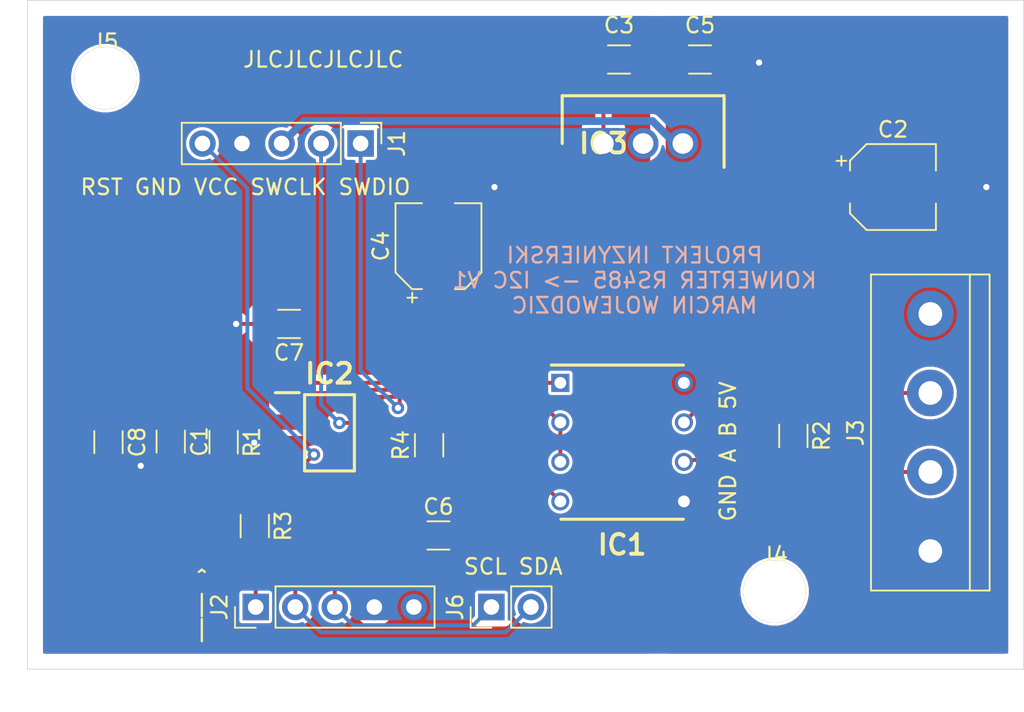
<source format=kicad_pcb>
(kicad_pcb (version 20171130) (host pcbnew "(5.1.12)-1")

  (general
    (thickness 1.6)
    (drawings 10)
    (tracks 132)
    (zones 0)
    (modules 21)
    (nets 15)
  )

  (page A4)
  (layers
    (0 F.Cu signal)
    (31 B.Cu signal)
    (32 B.Adhes user)
    (33 F.Adhes user)
    (34 B.Paste user)
    (35 F.Paste user)
    (36 B.SilkS user)
    (37 F.SilkS user)
    (38 B.Mask user)
    (39 F.Mask user)
    (40 Dwgs.User user)
    (41 Cmts.User user)
    (42 Eco1.User user)
    (43 Eco2.User user)
    (44 Edge.Cuts user)
    (45 Margin user)
    (46 B.CrtYd user)
    (47 F.CrtYd user)
    (48 B.Fab user)
    (49 F.Fab user)
  )

  (setup
    (last_trace_width 0.25)
    (trace_clearance 0.2)
    (zone_clearance 0.4)
    (zone_45_only no)
    (trace_min 0.2)
    (via_size 0.8)
    (via_drill 0.4)
    (via_min_size 0.4)
    (via_min_drill 0.3)
    (uvia_size 0.3)
    (uvia_drill 0.1)
    (uvias_allowed no)
    (uvia_min_size 0.2)
    (uvia_min_drill 0.1)
    (edge_width 0.05)
    (segment_width 0.2)
    (pcb_text_width 0.3)
    (pcb_text_size 1.5 1.5)
    (mod_edge_width 0.12)
    (mod_text_size 1 1)
    (mod_text_width 0.15)
    (pad_size 4 4)
    (pad_drill 4)
    (pad_to_mask_clearance 0)
    (aux_axis_origin 0 0)
    (visible_elements 7FFFFFFF)
    (pcbplotparams
      (layerselection 0x010fc_ffffffff)
      (usegerberextensions true)
      (usegerberattributes true)
      (usegerberadvancedattributes false)
      (creategerberjobfile false)
      (excludeedgelayer true)
      (linewidth 0.200000)
      (plotframeref false)
      (viasonmask false)
      (mode 1)
      (useauxorigin false)
      (hpglpennumber 1)
      (hpglpenspeed 20)
      (hpglpendiameter 15.000000)
      (psnegative false)
      (psa4output false)
      (plotreference true)
      (plotvalue false)
      (plotinvisibletext false)
      (padsonsilk false)
      (subtractmaskfromsilk true)
      (outputformat 1)
      (mirror false)
      (drillshape 0)
      (scaleselection 1)
      (outputdirectory "Konwerter"))
  )

  (net 0 "")
  (net 1 GND)
  (net 2 VCC_3V3)
  (net 3 VCC_5V)
  (net 4 "Net-(IC1-Pad7)")
  (net 5 "Net-(IC1-Pad6)")
  (net 6 MAX485_RX)
  (net 7 MAX485_SELEKTOR)
  (net 8 MAX485_TX)
  (net 9 SDA)
  (net 10 SCL)
  (net 11 RST)
  (net 12 "Net-(J2-Pad1)")
  (net 13 "Net-(J4-Pad1)")
  (net 14 "Net-(J5-Pad1)")

  (net_class Default "This is the default net class."
    (clearance 0.2)
    (trace_width 0.25)
    (via_dia 0.8)
    (via_drill 0.4)
    (uvia_dia 0.3)
    (uvia_drill 0.1)
    (add_net GND)
    (add_net MAX485_RX)
    (add_net MAX485_SELEKTOR)
    (add_net MAX485_TX)
    (add_net "Net-(IC1-Pad6)")
    (add_net "Net-(IC1-Pad7)")
    (add_net "Net-(J2-Pad1)")
    (add_net "Net-(J4-Pad1)")
    (add_net "Net-(J5-Pad1)")
    (add_net RST)
    (add_net SCL)
    (add_net SDA)
  )

  (net_class zasilanie ""
    (clearance 0.2)
    (trace_width 0.5)
    (via_dia 0.8)
    (via_drill 0.4)
    (uvia_dia 0.3)
    (uvia_drill 0.1)
    (add_net VCC_3V3)
    (add_net VCC_5V)
  )

  (module Connector_PinHeader_2.54mm:PinHeader_1x02_P2.54mm_Vertical (layer F.Cu) (tedit 59FED5CC) (tstamp 62EEFCDF)
    (at 119.8 111 90)
    (descr "Through hole straight pin header, 1x02, 2.54mm pitch, single row")
    (tags "Through hole pin header THT 1x02 2.54mm single row")
    (path /62F27DEB)
    (fp_text reference J6 (at 0 -2.33 90) (layer F.SilkS)
      (effects (font (size 1 1) (thickness 0.15)))
    )
    (fp_text value Conn_01x02_Male (at 0 4.87 90) (layer F.Fab)
      (effects (font (size 1 1) (thickness 0.15)))
    )
    (fp_line (start 1.8 -1.8) (end -1.8 -1.8) (layer F.CrtYd) (width 0.05))
    (fp_line (start 1.8 4.35) (end 1.8 -1.8) (layer F.CrtYd) (width 0.05))
    (fp_line (start -1.8 4.35) (end 1.8 4.35) (layer F.CrtYd) (width 0.05))
    (fp_line (start -1.8 -1.8) (end -1.8 4.35) (layer F.CrtYd) (width 0.05))
    (fp_line (start -1.33 -1.33) (end 0 -1.33) (layer F.SilkS) (width 0.12))
    (fp_line (start -1.33 0) (end -1.33 -1.33) (layer F.SilkS) (width 0.12))
    (fp_line (start -1.33 1.27) (end 1.33 1.27) (layer F.SilkS) (width 0.12))
    (fp_line (start 1.33 1.27) (end 1.33 3.87) (layer F.SilkS) (width 0.12))
    (fp_line (start -1.33 1.27) (end -1.33 3.87) (layer F.SilkS) (width 0.12))
    (fp_line (start -1.33 3.87) (end 1.33 3.87) (layer F.SilkS) (width 0.12))
    (fp_line (start -1.27 -0.635) (end -0.635 -1.27) (layer F.Fab) (width 0.1))
    (fp_line (start -1.27 3.81) (end -1.27 -0.635) (layer F.Fab) (width 0.1))
    (fp_line (start 1.27 3.81) (end -1.27 3.81) (layer F.Fab) (width 0.1))
    (fp_line (start 1.27 -1.27) (end 1.27 3.81) (layer F.Fab) (width 0.1))
    (fp_line (start -0.635 -1.27) (end 1.27 -1.27) (layer F.Fab) (width 0.1))
    (fp_text user %R (at 0 1.27) (layer F.Fab)
      (effects (font (size 1 1) (thickness 0.15)))
    )
    (pad 2 thru_hole oval (at 0 2.54 90) (size 1.7 1.7) (drill 1) (layers *.Cu *.Mask)
      (net 9 SDA))
    (pad 1 thru_hole rect (at 0 0 90) (size 1.7 1.7) (drill 1) (layers *.Cu *.Mask)
      (net 10 SCL))
    (model ${KISYS3DMOD}/Connector_PinHeader_2.54mm.3dshapes/PinHeader_1x02_P2.54mm_Vertical.wrl
      (at (xyz 0 0 0))
      (scale (xyz 1 1 1))
      (rotate (xyz 0 0 0))
    )
  )

  (module Connector_PinHeader_2.54mm:PinHeader_1x01_P2.54mm_Vertical (layer F.Cu) (tedit 62EE74E1) (tstamp 62EEF266)
    (at 95 77)
    (descr "Through hole straight pin header, 1x01, 2.54mm pitch, single row")
    (tags "Through hole pin header THT 1x01 2.54mm single row")
    (path /62F24578)
    (fp_text reference J5 (at 0 -2.33) (layer F.SilkS)
      (effects (font (size 1 1) (thickness 0.15)))
    )
    (fp_text value Conn_01x01_Male (at 0 2.33) (layer F.Fab)
      (effects (font (size 1 1) (thickness 0.15)))
    )
    (fp_line (start 1.8 -1.8) (end -1.8 -1.8) (layer F.CrtYd) (width 0.05))
    (fp_line (start 1.8 1.8) (end 1.8 -1.8) (layer F.CrtYd) (width 0.05))
    (fp_line (start -1.8 1.8) (end 1.8 1.8) (layer F.CrtYd) (width 0.05))
    (fp_line (start -1.8 -1.8) (end -1.8 1.8) (layer F.CrtYd) (width 0.05))
    (fp_line (start -1.33 -1.33) (end 0 -1.33) (layer F.SilkS) (width 0.12))
    (fp_line (start -1.33 0) (end -1.33 -1.33) (layer F.SilkS) (width 0.12))
    (fp_line (start -1.33 1.27) (end 1.33 1.27) (layer F.SilkS) (width 0.12))
    (fp_line (start 1.33 1.27) (end 1.33 1.33) (layer F.SilkS) (width 0.12))
    (fp_line (start -1.33 1.27) (end -1.33 1.33) (layer F.SilkS) (width 0.12))
    (fp_line (start -1.33 1.33) (end 1.33 1.33) (layer F.SilkS) (width 0.12))
    (fp_line (start -1.27 -0.635) (end -0.635 -1.27) (layer F.Fab) (width 0.1))
    (fp_line (start -1.27 1.27) (end -1.27 -0.635) (layer F.Fab) (width 0.1))
    (fp_line (start 1.27 1.27) (end -1.27 1.27) (layer F.Fab) (width 0.1))
    (fp_line (start 1.27 -1.27) (end 1.27 1.27) (layer F.Fab) (width 0.1))
    (fp_line (start -0.635 -1.27) (end 1.27 -1.27) (layer F.Fab) (width 0.1))
    (fp_text user %R (at 0 0 90) (layer F.Fab)
      (effects (font (size 1 1) (thickness 0.15)))
    )
    (pad 1 thru_hole circle (at 0 0) (size 4 4) (drill 4) (layers *.Cu *.Mask)
      (net 14 "Net-(J5-Pad1)"))
  )

  (module Connector_PinHeader_2.54mm:PinHeader_1x01_P2.54mm_Vertical (layer F.Cu) (tedit 62EE74C9) (tstamp 62EEF251)
    (at 138 110)
    (descr "Through hole straight pin header, 1x01, 2.54mm pitch, single row")
    (tags "Through hole pin header THT 1x01 2.54mm single row")
    (path /62F23CF9)
    (fp_text reference J4 (at 0 -2.33) (layer F.SilkS)
      (effects (font (size 1 1) (thickness 0.15)))
    )
    (fp_text value Conn_01x01_Male (at 0 2.33) (layer F.Fab)
      (effects (font (size 1 1) (thickness 0.15)))
    )
    (fp_line (start 1.8 -1.8) (end -1.8 -1.8) (layer F.CrtYd) (width 0.05))
    (fp_line (start 1.8 1.8) (end 1.8 -1.8) (layer F.CrtYd) (width 0.05))
    (fp_line (start -1.8 1.8) (end 1.8 1.8) (layer F.CrtYd) (width 0.05))
    (fp_line (start -1.8 -1.8) (end -1.8 1.8) (layer F.CrtYd) (width 0.05))
    (fp_line (start -1.33 -1.33) (end 0 -1.33) (layer F.SilkS) (width 0.12))
    (fp_line (start -1.33 0) (end -1.33 -1.33) (layer F.SilkS) (width 0.12))
    (fp_line (start -1.33 1.27) (end 1.33 1.27) (layer F.SilkS) (width 0.12))
    (fp_line (start 1.33 1.27) (end 1.33 1.33) (layer F.SilkS) (width 0.12))
    (fp_line (start -1.33 1.27) (end -1.33 1.33) (layer F.SilkS) (width 0.12))
    (fp_line (start -1.33 1.33) (end 1.33 1.33) (layer F.SilkS) (width 0.12))
    (fp_line (start -1.27 -0.635) (end -0.635 -1.27) (layer F.Fab) (width 0.1))
    (fp_line (start -1.27 1.27) (end -1.27 -0.635) (layer F.Fab) (width 0.1))
    (fp_line (start 1.27 1.27) (end -1.27 1.27) (layer F.Fab) (width 0.1))
    (fp_line (start 1.27 -1.27) (end 1.27 1.27) (layer F.Fab) (width 0.1))
    (fp_line (start -0.635 -1.27) (end 1.27 -1.27) (layer F.Fab) (width 0.1))
    (fp_text user %R (at 0 0 90) (layer F.Fab)
      (effects (font (size 1 1) (thickness 0.15)))
    )
    (pad 1 thru_hole circle (at 0 0) (size 4 4) (drill 4) (layers *.Cu *.Mask)
      (net 13 "Net-(J4-Pad1)"))
  )

  (module Resistor_SMD:R_1206_3216Metric_Pad1.30x1.75mm_HandSolder (layer F.Cu) (tedit 5F68FEEE) (tstamp 62EEC147)
    (at 115.8 100.6 90)
    (descr "Resistor SMD 1206 (3216 Metric), square (rectangular) end terminal, IPC_7351 nominal with elongated pad for handsoldering. (Body size source: IPC-SM-782 page 72, https://www.pcb-3d.com/wordpress/wp-content/uploads/ipc-sm-782a_amendment_1_and_2.pdf), generated with kicad-footprint-generator")
    (tags "resistor handsolder")
    (path /62EEF612)
    (attr smd)
    (fp_text reference R4 (at 0 -1.82 90) (layer F.SilkS)
      (effects (font (size 1 1) (thickness 0.15)))
    )
    (fp_text value 10k (at 0 1.82 90) (layer F.Fab)
      (effects (font (size 1 1) (thickness 0.15)))
    )
    (fp_line (start 2.45 1.12) (end -2.45 1.12) (layer F.CrtYd) (width 0.05))
    (fp_line (start 2.45 -1.12) (end 2.45 1.12) (layer F.CrtYd) (width 0.05))
    (fp_line (start -2.45 -1.12) (end 2.45 -1.12) (layer F.CrtYd) (width 0.05))
    (fp_line (start -2.45 1.12) (end -2.45 -1.12) (layer F.CrtYd) (width 0.05))
    (fp_line (start -0.727064 0.91) (end 0.727064 0.91) (layer F.SilkS) (width 0.12))
    (fp_line (start -0.727064 -0.91) (end 0.727064 -0.91) (layer F.SilkS) (width 0.12))
    (fp_line (start 1.6 0.8) (end -1.6 0.8) (layer F.Fab) (width 0.1))
    (fp_line (start 1.6 -0.8) (end 1.6 0.8) (layer F.Fab) (width 0.1))
    (fp_line (start -1.6 -0.8) (end 1.6 -0.8) (layer F.Fab) (width 0.1))
    (fp_line (start -1.6 0.8) (end -1.6 -0.8) (layer F.Fab) (width 0.1))
    (fp_text user %R (at 0 0 90) (layer F.Fab)
      (effects (font (size 0.8 0.8) (thickness 0.12)))
    )
    (pad 2 smd roundrect (at 1.55 0 90) (size 1.3 1.75) (layers F.Cu F.Paste F.Mask) (roundrect_rratio 0.1923069230769231)
      (net 6 MAX485_RX))
    (pad 1 smd roundrect (at -1.55 0 90) (size 1.3 1.75) (layers F.Cu F.Paste F.Mask) (roundrect_rratio 0.1923069230769231)
      (net 1 GND))
    (model ${KISYS3DMOD}/Resistor_SMD.3dshapes/R_1206_3216Metric.wrl
      (at (xyz 0 0 0))
      (scale (xyz 1 1 1))
      (rotate (xyz 0 0 0))
    )
  )

  (module Resistor_SMD:R_1206_3216Metric_Pad1.30x1.75mm_HandSolder (layer F.Cu) (tedit 5F68FEEE) (tstamp 62EEC136)
    (at 104.6 105.8 270)
    (descr "Resistor SMD 1206 (3216 Metric), square (rectangular) end terminal, IPC_7351 nominal with elongated pad for handsoldering. (Body size source: IPC-SM-782 page 72, https://www.pcb-3d.com/wordpress/wp-content/uploads/ipc-sm-782a_amendment_1_and_2.pdf), generated with kicad-footprint-generator")
    (tags "resistor handsolder")
    (path /62F081DB)
    (attr smd)
    (fp_text reference R3 (at 0 -1.82 90) (layer F.SilkS)
      (effects (font (size 1 1) (thickness 0.15)))
    )
    (fp_text value 360 (at 0 1.82 90) (layer F.Fab)
      (effects (font (size 1 1) (thickness 0.15)))
    )
    (fp_line (start 2.45 1.12) (end -2.45 1.12) (layer F.CrtYd) (width 0.05))
    (fp_line (start 2.45 -1.12) (end 2.45 1.12) (layer F.CrtYd) (width 0.05))
    (fp_line (start -2.45 -1.12) (end 2.45 -1.12) (layer F.CrtYd) (width 0.05))
    (fp_line (start -2.45 1.12) (end -2.45 -1.12) (layer F.CrtYd) (width 0.05))
    (fp_line (start -0.727064 0.91) (end 0.727064 0.91) (layer F.SilkS) (width 0.12))
    (fp_line (start -0.727064 -0.91) (end 0.727064 -0.91) (layer F.SilkS) (width 0.12))
    (fp_line (start 1.6 0.8) (end -1.6 0.8) (layer F.Fab) (width 0.1))
    (fp_line (start 1.6 -0.8) (end 1.6 0.8) (layer F.Fab) (width 0.1))
    (fp_line (start -1.6 -0.8) (end 1.6 -0.8) (layer F.Fab) (width 0.1))
    (fp_line (start -1.6 0.8) (end -1.6 -0.8) (layer F.Fab) (width 0.1))
    (fp_text user %R (at 0 0 90) (layer F.Fab)
      (effects (font (size 0.8 0.8) (thickness 0.12)))
    )
    (pad 2 smd roundrect (at 1.55 0 270) (size 1.3 1.75) (layers F.Cu F.Paste F.Mask) (roundrect_rratio 0.1923069230769231)
      (net 12 "Net-(J2-Pad1)"))
    (pad 1 smd roundrect (at -1.55 0 270) (size 1.3 1.75) (layers F.Cu F.Paste F.Mask) (roundrect_rratio 0.1923069230769231)
      (net 1 GND))
    (model ${KISYS3DMOD}/Resistor_SMD.3dshapes/R_1206_3216Metric.wrl
      (at (xyz 0 0 0))
      (scale (xyz 1 1 1))
      (rotate (xyz 0 0 0))
    )
  )

  (module Resistor_SMD:R_1206_3216Metric_Pad1.30x1.75mm_HandSolder (layer F.Cu) (tedit 5F68FEEE) (tstamp 62EEC125)
    (at 139.2 100 270)
    (descr "Resistor SMD 1206 (3216 Metric), square (rectangular) end terminal, IPC_7351 nominal with elongated pad for handsoldering. (Body size source: IPC-SM-782 page 72, https://www.pcb-3d.com/wordpress/wp-content/uploads/ipc-sm-782a_amendment_1_and_2.pdf), generated with kicad-footprint-generator")
    (tags "resistor handsolder")
    (path /62F0FA0E)
    (attr smd)
    (fp_text reference R2 (at 0 -1.82 90) (layer F.SilkS)
      (effects (font (size 1 1) (thickness 0.15)))
    )
    (fp_text value 120 (at 0 1.82 90) (layer F.Fab)
      (effects (font (size 1 1) (thickness 0.15)))
    )
    (fp_line (start 2.45 1.12) (end -2.45 1.12) (layer F.CrtYd) (width 0.05))
    (fp_line (start 2.45 -1.12) (end 2.45 1.12) (layer F.CrtYd) (width 0.05))
    (fp_line (start -2.45 -1.12) (end 2.45 -1.12) (layer F.CrtYd) (width 0.05))
    (fp_line (start -2.45 1.12) (end -2.45 -1.12) (layer F.CrtYd) (width 0.05))
    (fp_line (start -0.727064 0.91) (end 0.727064 0.91) (layer F.SilkS) (width 0.12))
    (fp_line (start -0.727064 -0.91) (end 0.727064 -0.91) (layer F.SilkS) (width 0.12))
    (fp_line (start 1.6 0.8) (end -1.6 0.8) (layer F.Fab) (width 0.1))
    (fp_line (start 1.6 -0.8) (end 1.6 0.8) (layer F.Fab) (width 0.1))
    (fp_line (start -1.6 -0.8) (end 1.6 -0.8) (layer F.Fab) (width 0.1))
    (fp_line (start -1.6 0.8) (end -1.6 -0.8) (layer F.Fab) (width 0.1))
    (fp_text user %R (at 0 0 90) (layer F.Fab)
      (effects (font (size 0.8 0.8) (thickness 0.12)))
    )
    (pad 2 smd roundrect (at 1.55 0 270) (size 1.3 1.75) (layers F.Cu F.Paste F.Mask) (roundrect_rratio 0.1923069230769231)
      (net 5 "Net-(IC1-Pad6)"))
    (pad 1 smd roundrect (at -1.55 0 270) (size 1.3 1.75) (layers F.Cu F.Paste F.Mask) (roundrect_rratio 0.1923069230769231)
      (net 4 "Net-(IC1-Pad7)"))
    (model ${KISYS3DMOD}/Resistor_SMD.3dshapes/R_1206_3216Metric.wrl
      (at (xyz 0 0 0))
      (scale (xyz 1 1 1))
      (rotate (xyz 0 0 0))
    )
  )

  (module Resistor_SMD:R_1206_3216Metric_Pad1.30x1.75mm_HandSolder (layer F.Cu) (tedit 5F68FEEE) (tstamp 62EEC114)
    (at 102.6 100.4 270)
    (descr "Resistor SMD 1206 (3216 Metric), square (rectangular) end terminal, IPC_7351 nominal with elongated pad for handsoldering. (Body size source: IPC-SM-782 page 72, https://www.pcb-3d.com/wordpress/wp-content/uploads/ipc-sm-782a_amendment_1_and_2.pdf), generated with kicad-footprint-generator")
    (tags "resistor handsolder")
    (path /62EED523)
    (attr smd)
    (fp_text reference R1 (at 0 -1.82 90) (layer F.SilkS)
      (effects (font (size 1 1) (thickness 0.15)))
    )
    (fp_text value 10k (at 0 1.82 90) (layer F.Fab)
      (effects (font (size 1 1) (thickness 0.15)))
    )
    (fp_line (start 2.45 1.12) (end -2.45 1.12) (layer F.CrtYd) (width 0.05))
    (fp_line (start 2.45 -1.12) (end 2.45 1.12) (layer F.CrtYd) (width 0.05))
    (fp_line (start -2.45 -1.12) (end 2.45 -1.12) (layer F.CrtYd) (width 0.05))
    (fp_line (start -2.45 1.12) (end -2.45 -1.12) (layer F.CrtYd) (width 0.05))
    (fp_line (start -0.727064 0.91) (end 0.727064 0.91) (layer F.SilkS) (width 0.12))
    (fp_line (start -0.727064 -0.91) (end 0.727064 -0.91) (layer F.SilkS) (width 0.12))
    (fp_line (start 1.6 0.8) (end -1.6 0.8) (layer F.Fab) (width 0.1))
    (fp_line (start 1.6 -0.8) (end 1.6 0.8) (layer F.Fab) (width 0.1))
    (fp_line (start -1.6 -0.8) (end 1.6 -0.8) (layer F.Fab) (width 0.1))
    (fp_line (start -1.6 0.8) (end -1.6 -0.8) (layer F.Fab) (width 0.1))
    (fp_text user %R (at 0 0 90) (layer F.Fab)
      (effects (font (size 0.8 0.8) (thickness 0.12)))
    )
    (pad 2 smd roundrect (at 1.55 0 270) (size 1.3 1.75) (layers F.Cu F.Paste F.Mask) (roundrect_rratio 0.1923069230769231)
      (net 11 RST))
    (pad 1 smd roundrect (at -1.55 0 270) (size 1.3 1.75) (layers F.Cu F.Paste F.Mask) (roundrect_rratio 0.1923069230769231)
      (net 2 VCC_3V3))
    (model ${KISYS3DMOD}/Resistor_SMD.3dshapes/R_1206_3216Metric.wrl
      (at (xyz 0 0 0))
      (scale (xyz 1 1 1))
      (rotate (xyz 0 0 0))
    )
  )

  (module TerminalBlock:TerminalBlock_bornier-4_P5.08mm (layer F.Cu) (tedit 59FF03D1) (tstamp 62EEC103)
    (at 148 107.4 90)
    (descr "simple 4-pin terminal block, pitch 5.08mm, revamped version of bornier4")
    (tags "terminal block bornier4")
    (path /62EEBEAF)
    (fp_text reference J3 (at 7.6 -4.8 90) (layer F.SilkS)
      (effects (font (size 1 1) (thickness 0.15)))
    )
    (fp_text value Conn_01x04_Male (at 7.6 4.75 90) (layer F.Fab)
      (effects (font (size 1 1) (thickness 0.15)))
    )
    (fp_line (start 17.97 4) (end -2.73 4) (layer F.CrtYd) (width 0.05))
    (fp_line (start 17.97 4) (end 17.97 -4) (layer F.CrtYd) (width 0.05))
    (fp_line (start -2.73 -4) (end -2.73 4) (layer F.CrtYd) (width 0.05))
    (fp_line (start -2.73 -4) (end 17.97 -4) (layer F.CrtYd) (width 0.05))
    (fp_line (start -2.54 3.81) (end 17.78 3.81) (layer F.SilkS) (width 0.12))
    (fp_line (start -2.54 -3.81) (end 17.78 -3.81) (layer F.SilkS) (width 0.12))
    (fp_line (start 17.78 2.54) (end -2.54 2.54) (layer F.SilkS) (width 0.12))
    (fp_line (start 17.78 3.81) (end 17.78 -3.81) (layer F.SilkS) (width 0.12))
    (fp_line (start -2.54 -3.81) (end -2.54 3.81) (layer F.SilkS) (width 0.12))
    (fp_line (start 17.72 3.75) (end -2.43 3.75) (layer F.Fab) (width 0.1))
    (fp_line (start 17.72 -3.75) (end 17.72 3.75) (layer F.Fab) (width 0.1))
    (fp_line (start -2.48 -3.75) (end 17.72 -3.75) (layer F.Fab) (width 0.1))
    (fp_line (start -2.48 3.75) (end -2.48 -3.75) (layer F.Fab) (width 0.1))
    (fp_line (start -2.43 3.75) (end -2.48 3.75) (layer F.Fab) (width 0.1))
    (fp_line (start -2.48 2.55) (end 17.72 2.55) (layer F.Fab) (width 0.1))
    (fp_text user %R (at 7.62 0 90) (layer F.Fab)
      (effects (font (size 1 1) (thickness 0.15)))
    )
    (pad 4 thru_hole circle (at 15.24 0 90) (size 3 3) (drill 1.52) (layers *.Cu *.Mask)
      (net 3 VCC_5V))
    (pad 1 thru_hole rect (at 0 0 90) (size 3 3) (drill 1.52) (layers *.Cu *.Mask)
      (net 1 GND))
    (pad 3 thru_hole circle (at 10.16 0 90) (size 3 3) (drill 1.52) (layers *.Cu *.Mask)
      (net 4 "Net-(IC1-Pad7)"))
    (pad 2 thru_hole circle (at 5.08 0 90) (size 3 3) (drill 1.52) (layers *.Cu *.Mask)
      (net 5 "Net-(IC1-Pad6)"))
    (model ${KISYS3DMOD}/TerminalBlock.3dshapes/TerminalBlock_bornier-4_P5.08mm.wrl
      (offset (xyz 7.619999885559082 0 0))
      (scale (xyz 1 1 1))
      (rotate (xyz 0 0 0))
    )
  )

  (module Connector_PinHeader_2.54mm:PinHeader_1x05_P2.54mm_Vertical (layer F.Cu) (tedit 59FED5CC) (tstamp 62EEC0EB)
    (at 104.66 111 90)
    (descr "Through hole straight pin header, 1x05, 2.54mm pitch, single row")
    (tags "Through hole pin header THT 1x05 2.54mm single row")
    (path /62F03F5E)
    (fp_text reference J2 (at 0 -2.33 90) (layer F.SilkS)
      (effects (font (size 1 1) (thickness 0.15)))
    )
    (fp_text value Conn_01x05_Male (at 0 12.49 90) (layer F.Fab)
      (effects (font (size 1 1) (thickness 0.15)))
    )
    (fp_line (start 1.8 -1.8) (end -1.8 -1.8) (layer F.CrtYd) (width 0.05))
    (fp_line (start 1.8 11.95) (end 1.8 -1.8) (layer F.CrtYd) (width 0.05))
    (fp_line (start -1.8 11.95) (end 1.8 11.95) (layer F.CrtYd) (width 0.05))
    (fp_line (start -1.8 -1.8) (end -1.8 11.95) (layer F.CrtYd) (width 0.05))
    (fp_line (start -1.33 -1.33) (end 0 -1.33) (layer F.SilkS) (width 0.12))
    (fp_line (start -1.33 0) (end -1.33 -1.33) (layer F.SilkS) (width 0.12))
    (fp_line (start -1.33 1.27) (end 1.33 1.27) (layer F.SilkS) (width 0.12))
    (fp_line (start 1.33 1.27) (end 1.33 11.49) (layer F.SilkS) (width 0.12))
    (fp_line (start -1.33 1.27) (end -1.33 11.49) (layer F.SilkS) (width 0.12))
    (fp_line (start -1.33 11.49) (end 1.33 11.49) (layer F.SilkS) (width 0.12))
    (fp_line (start -1.27 -0.635) (end -0.635 -1.27) (layer F.Fab) (width 0.1))
    (fp_line (start -1.27 11.43) (end -1.27 -0.635) (layer F.Fab) (width 0.1))
    (fp_line (start 1.27 11.43) (end -1.27 11.43) (layer F.Fab) (width 0.1))
    (fp_line (start 1.27 -1.27) (end 1.27 11.43) (layer F.Fab) (width 0.1))
    (fp_line (start -0.635 -1.27) (end 1.27 -1.27) (layer F.Fab) (width 0.1))
    (fp_text user %R (at 0 5.08) (layer F.Fab)
      (effects (font (size 1 1) (thickness 0.15)))
    )
    (pad 5 thru_hole oval (at 0 10.16 90) (size 1.7 1.7) (drill 1) (layers *.Cu *.Mask)
      (net 2 VCC_3V3))
    (pad 4 thru_hole oval (at 0 7.62 90) (size 1.7 1.7) (drill 1) (layers *.Cu *.Mask)
      (net 1 GND))
    (pad 3 thru_hole oval (at 0 5.08 90) (size 1.7 1.7) (drill 1) (layers *.Cu *.Mask)
      (net 10 SCL))
    (pad 2 thru_hole oval (at 0 2.54 90) (size 1.7 1.7) (drill 1) (layers *.Cu *.Mask)
      (net 9 SDA))
    (pad 1 thru_hole rect (at 0 0 90) (size 1.7 1.7) (drill 1) (layers *.Cu *.Mask)
      (net 12 "Net-(J2-Pad1)"))
    (model ${KISYS3DMOD}/Connector_PinHeader_2.54mm.3dshapes/PinHeader_1x05_P2.54mm_Vertical.wrl
      (at (xyz 0 0 0))
      (scale (xyz 1 1 1))
      (rotate (xyz 0 0 0))
    )
  )

  (module Connector_PinHeader_2.54mm:PinHeader_1x05_P2.54mm_Vertical (layer F.Cu) (tedit 59FED5CC) (tstamp 62EEC0D2)
    (at 111.4 81.2 270)
    (descr "Through hole straight pin header, 1x05, 2.54mm pitch, single row")
    (tags "Through hole pin header THT 1x05 2.54mm single row")
    (path /62F0369A)
    (fp_text reference J1 (at 0 -2.33 90) (layer F.SilkS)
      (effects (font (size 1 1) (thickness 0.15)))
    )
    (fp_text value Conn_01x05_Male (at 0 12.49 90) (layer F.Fab)
      (effects (font (size 1 1) (thickness 0.15)))
    )
    (fp_line (start 1.8 -1.8) (end -1.8 -1.8) (layer F.CrtYd) (width 0.05))
    (fp_line (start 1.8 11.95) (end 1.8 -1.8) (layer F.CrtYd) (width 0.05))
    (fp_line (start -1.8 11.95) (end 1.8 11.95) (layer F.CrtYd) (width 0.05))
    (fp_line (start -1.8 -1.8) (end -1.8 11.95) (layer F.CrtYd) (width 0.05))
    (fp_line (start -1.33 -1.33) (end 0 -1.33) (layer F.SilkS) (width 0.12))
    (fp_line (start -1.33 0) (end -1.33 -1.33) (layer F.SilkS) (width 0.12))
    (fp_line (start -1.33 1.27) (end 1.33 1.27) (layer F.SilkS) (width 0.12))
    (fp_line (start 1.33 1.27) (end 1.33 11.49) (layer F.SilkS) (width 0.12))
    (fp_line (start -1.33 1.27) (end -1.33 11.49) (layer F.SilkS) (width 0.12))
    (fp_line (start -1.33 11.49) (end 1.33 11.49) (layer F.SilkS) (width 0.12))
    (fp_line (start -1.27 -0.635) (end -0.635 -1.27) (layer F.Fab) (width 0.1))
    (fp_line (start -1.27 11.43) (end -1.27 -0.635) (layer F.Fab) (width 0.1))
    (fp_line (start 1.27 11.43) (end -1.27 11.43) (layer F.Fab) (width 0.1))
    (fp_line (start 1.27 -1.27) (end 1.27 11.43) (layer F.Fab) (width 0.1))
    (fp_line (start -0.635 -1.27) (end 1.27 -1.27) (layer F.Fab) (width 0.1))
    (fp_text user %R (at 0 5.08) (layer F.Fab)
      (effects (font (size 1 1) (thickness 0.15)))
    )
    (pad 5 thru_hole oval (at 0 10.16 270) (size 1.7 1.7) (drill 1) (layers *.Cu *.Mask)
      (net 11 RST))
    (pad 4 thru_hole oval (at 0 7.62 270) (size 1.7 1.7) (drill 1) (layers *.Cu *.Mask)
      (net 1 GND))
    (pad 3 thru_hole oval (at 0 5.08 270) (size 1.7 1.7) (drill 1) (layers *.Cu *.Mask)
      (net 3 VCC_5V))
    (pad 2 thru_hole oval (at 0 2.54 270) (size 1.7 1.7) (drill 1) (layers *.Cu *.Mask)
      (net 7 MAX485_SELEKTOR))
    (pad 1 thru_hole rect (at 0 0 270) (size 1.7 1.7) (drill 1) (layers *.Cu *.Mask)
      (net 6 MAX485_RX))
    (model ${KISYS3DMOD}/Connector_PinHeader_2.54mm.3dshapes/PinHeader_1x05_P2.54mm_Vertical.wrl
      (at (xyz 0 0 0))
      (scale (xyz 1 1 1))
      (rotate (xyz 0 0 0))
    )
  )

  (module Projekt:TO255P460X1020X2008-3P (layer F.Cu) (tedit 0) (tstamp 62EEC0B9)
    (at 127 81.2)
    (descr "TO-220 (dual gauge) height 4.60")
    (tags "Integrated Circuit")
    (path /62EEB0CC)
    (fp_text reference IC3 (at 0 0) (layer F.SilkS)
      (effects (font (size 1.27 1.27) (thickness 0.254)))
    )
    (fp_text value LD1117V33 (at 0 0) (layer F.SilkS) hide
      (effects (font (size 1.27 1.27) (thickness 0.254)))
    )
    (fp_line (start -2.65 -3.07) (end -2.65 0) (layer F.SilkS) (width 0.2))
    (fp_line (start 7.75 -3.07) (end -2.65 -3.07) (layer F.SilkS) (width 0.2))
    (fp_line (start 7.75 1.53) (end 7.75 -3.07) (layer F.SilkS) (width 0.2))
    (fp_line (start -2.65 -1.795) (end -1.375 -3.07) (layer F.Fab) (width 0.1))
    (fp_line (start -2.65 1.53) (end -2.65 -3.07) (layer F.Fab) (width 0.1))
    (fp_line (start 7.75 1.53) (end -2.65 1.53) (layer F.Fab) (width 0.1))
    (fp_line (start 7.75 -3.07) (end 7.75 1.53) (layer F.Fab) (width 0.1))
    (fp_line (start -2.65 -3.07) (end 7.75 -3.07) (layer F.Fab) (width 0.1))
    (fp_line (start -2.9 1.78) (end -2.9 -3.32) (layer F.CrtYd) (width 0.05))
    (fp_line (start 8 1.78) (end -2.9 1.78) (layer F.CrtYd) (width 0.05))
    (fp_line (start 8 -3.32) (end 8 1.78) (layer F.CrtYd) (width 0.05))
    (fp_line (start -2.9 -3.32) (end 8 -3.32) (layer F.CrtYd) (width 0.05))
    (fp_text user %R (at 0 0) (layer F.Fab)
      (effects (font (size 1.27 1.27) (thickness 0.254)))
    )
    (pad 3 thru_hole circle (at 5.1 0) (size 1.98 1.98) (drill 1.32) (layers *.Cu *.Mask)
      (net 3 VCC_5V))
    (pad 2 thru_hole circle (at 2.55 0) (size 1.98 1.98) (drill 1.32) (layers *.Cu *.Mask)
      (net 2 VCC_3V3))
    (pad 1 thru_hole rect (at 0 0) (size 1.98 1.98) (drill 1.32) (layers *.Cu *.Mask)
      (net 1 GND))
    (model LD1117V33.stp
      (at (xyz 0 0 0))
      (scale (xyz 1 1 1))
      (rotate (xyz 0 0 0))
    )
    (model C:/Users/Marcin/Desktop/kicad_projekt/LD1117V33.stp
      (at (xyz 0 0 0))
      (scale (xyz 1 1 1))
      (rotate (xyz 0 0 0))
    )
  )

  (module Projekt:SOIC127P600X175-8N (layer F.Cu) (tedit 0) (tstamp 62EEC0A5)
    (at 109.4 99.8)
    (descr SO8N-)
    (tags "Integrated Circuit")
    (path /62EE6DA3)
    (attr smd)
    (fp_text reference IC2 (at 0 -3.8) (layer F.SilkS)
      (effects (font (size 1.27 1.27) (thickness 0.254)))
    )
    (fp_text value STM32G030J6M6 (at 0 0) (layer F.SilkS) hide
      (effects (font (size 1.27 1.27) (thickness 0.254)))
    )
    (fp_line (start -3.475 -2.58) (end -1.95 -2.58) (layer F.SilkS) (width 0.2))
    (fp_line (start -1.6 2.45) (end -1.6 -2.45) (layer F.SilkS) (width 0.2))
    (fp_line (start 1.6 2.45) (end -1.6 2.45) (layer F.SilkS) (width 0.2))
    (fp_line (start 1.6 -2.45) (end 1.6 2.45) (layer F.SilkS) (width 0.2))
    (fp_line (start -1.6 -2.45) (end 1.6 -2.45) (layer F.SilkS) (width 0.2))
    (fp_line (start -1.95 -1.18) (end -0.68 -2.45) (layer F.Fab) (width 0.1))
    (fp_line (start -1.95 2.45) (end -1.95 -2.45) (layer F.Fab) (width 0.1))
    (fp_line (start 1.95 2.45) (end -1.95 2.45) (layer F.Fab) (width 0.1))
    (fp_line (start 1.95 -2.45) (end 1.95 2.45) (layer F.Fab) (width 0.1))
    (fp_line (start -1.95 -2.45) (end 1.95 -2.45) (layer F.Fab) (width 0.1))
    (fp_line (start -3.725 2.75) (end -3.725 -2.75) (layer F.CrtYd) (width 0.05))
    (fp_line (start 3.725 2.75) (end -3.725 2.75) (layer F.CrtYd) (width 0.05))
    (fp_line (start 3.725 -2.75) (end 3.725 2.75) (layer F.CrtYd) (width 0.05))
    (fp_line (start -3.725 -2.75) (end 3.725 -2.75) (layer F.CrtYd) (width 0.05))
    (fp_text user %R (at 0 0) (layer F.Fab)
      (effects (font (size 1.27 1.27) (thickness 0.254)))
    )
    (pad 8 smd rect (at 2.712 -1.905 90) (size 0.65 1.525) (layers F.Cu F.Paste F.Mask)
      (net 6 MAX485_RX))
    (pad 7 smd rect (at 2.712 -0.635 90) (size 0.65 1.525) (layers F.Cu F.Paste F.Mask)
      (net 7 MAX485_SELEKTOR))
    (pad 6 smd rect (at 2.712 0.635 90) (size 0.65 1.525) (layers F.Cu F.Paste F.Mask)
      (net 9 SDA))
    (pad 5 smd rect (at 2.712 1.905 90) (size 0.65 1.525) (layers F.Cu F.Paste F.Mask)
      (net 10 SCL))
    (pad 4 smd rect (at -2.712 1.905 90) (size 0.65 1.525) (layers F.Cu F.Paste F.Mask)
      (net 11 RST))
    (pad 3 smd rect (at -2.712 0.635 90) (size 0.65 1.525) (layers F.Cu F.Paste F.Mask)
      (net 1 GND))
    (pad 2 smd rect (at -2.712 -0.635 90) (size 0.65 1.525) (layers F.Cu F.Paste F.Mask)
      (net 2 VCC_3V3))
    (pad 1 smd rect (at -2.712 -1.905 90) (size 0.65 1.525) (layers F.Cu F.Paste F.Mask)
      (net 8 MAX485_TX))
    (model STM32G030J6M6.stp
      (at (xyz 0 0 0))
      (scale (xyz 1 1 1))
      (rotate (xyz 0 0 0))
    )
    (model C:/Users/Marcin/Desktop/kicad_projekt/STM32G030J6M6.stp
      (at (xyz 0 0 0))
      (scale (xyz 1 1 1))
      (rotate (xyz 0 0 0))
    )
  )

  (module Projekt:DIP794W56P254L938H457Q8N (layer F.Cu) (tedit 0) (tstamp 62EEC08A)
    (at 128.2 100.4)
    (descr P8+1_1)
    (tags "Integrated Circuit")
    (path /62EE8E3C)
    (fp_text reference IC1 (at 0 6.6) (layer F.SilkS)
      (effects (font (size 1.27 1.27) (thickness 0.254)))
    )
    (fp_text value MAX485CPA+ (at 0 0) (layer F.SilkS) hide
      (effects (font (size 1.27 1.27) (thickness 0.254)))
    )
    (fp_line (start -3.935 4.955) (end 3.935 4.955) (layer F.SilkS) (width 0.2))
    (fp_line (start -4.55 -4.955) (end 3.935 -4.955) (layer F.SilkS) (width 0.2))
    (fp_line (start -3.935 -3.685) (end -2.665 -4.955) (layer F.Fab) (width 0.1))
    (fp_line (start -3.935 4.955) (end -3.935 -4.955) (layer F.Fab) (width 0.1))
    (fp_line (start 3.935 4.955) (end -3.935 4.955) (layer F.Fab) (width 0.1))
    (fp_line (start 3.935 -4.955) (end 3.935 4.955) (layer F.Fab) (width 0.1))
    (fp_line (start -3.935 -4.955) (end 3.935 -4.955) (layer F.Fab) (width 0.1))
    (fp_line (start -4.96 5.205) (end -4.96 -5.205) (layer F.CrtYd) (width 0.05))
    (fp_line (start 4.96 5.205) (end -4.96 5.205) (layer F.CrtYd) (width 0.05))
    (fp_line (start 4.96 -5.205) (end 4.96 5.205) (layer F.CrtYd) (width 0.05))
    (fp_line (start -4.96 -5.205) (end 4.96 -5.205) (layer F.CrtYd) (width 0.05))
    (fp_text user %R (at 0 0) (layer F.Fab)
      (effects (font (size 1.27 1.27) (thickness 0.254)))
    )
    (pad 8 thru_hole circle (at 3.97 -3.81) (size 1.16 1.16) (drill 0.76) (layers *.Cu *.Mask)
      (net 3 VCC_5V))
    (pad 7 thru_hole circle (at 3.97 -1.27) (size 1.16 1.16) (drill 0.76) (layers *.Cu *.Mask)
      (net 4 "Net-(IC1-Pad7)"))
    (pad 6 thru_hole circle (at 3.97 1.27) (size 1.16 1.16) (drill 0.76) (layers *.Cu *.Mask)
      (net 5 "Net-(IC1-Pad6)"))
    (pad 5 thru_hole circle (at 3.97 3.81) (size 1.16 1.16) (drill 0.76) (layers *.Cu *.Mask)
      (net 1 GND))
    (pad 4 thru_hole circle (at -3.97 3.81) (size 1.16 1.16) (drill 0.76) (layers *.Cu *.Mask)
      (net 6 MAX485_RX))
    (pad 3 thru_hole circle (at -3.97 1.27) (size 1.16 1.16) (drill 0.76) (layers *.Cu *.Mask)
      (net 7 MAX485_SELEKTOR))
    (pad 2 thru_hole circle (at -3.97 -1.27) (size 1.16 1.16) (drill 0.76) (layers *.Cu *.Mask)
      (net 7 MAX485_SELEKTOR))
    (pad 1 thru_hole rect (at -3.97 -3.81) (size 1.16 1.16) (drill 0.76) (layers *.Cu *.Mask)
      (net 8 MAX485_TX))
    (model MAX485CPA+.stp
      (at (xyz 0 0 0))
      (scale (xyz 1 1 1))
      (rotate (xyz 0 0 0))
    )
    (model C:/Users/Marcin/Desktop/kicad_projekt/MAX485CPA+.stp
      (at (xyz 0 0 0))
      (scale (xyz 1 1 1))
      (rotate (xyz 0 0 0))
    )
  )

  (module Capacitor_SMD:C_1206_3216Metric_Pad1.33x1.80mm_HandSolder (layer F.Cu) (tedit 5F68FEEF) (tstamp 62EEC072)
    (at 95.2 100.4 270)
    (descr "Capacitor SMD 1206 (3216 Metric), square (rectangular) end terminal, IPC_7351 nominal with elongated pad for handsoldering. (Body size source: IPC-SM-782 page 76, https://www.pcb-3d.com/wordpress/wp-content/uploads/ipc-sm-782a_amendment_1_and_2.pdf), generated with kicad-footprint-generator")
    (tags "capacitor handsolder")
    (path /62EF6370)
    (attr smd)
    (fp_text reference C8 (at 0 -1.85 90) (layer F.SilkS)
      (effects (font (size 1 1) (thickness 0.15)))
    )
    (fp_text value 100n (at 0 1.85 90) (layer F.Fab)
      (effects (font (size 1 1) (thickness 0.15)))
    )
    (fp_line (start 2.48 1.15) (end -2.48 1.15) (layer F.CrtYd) (width 0.05))
    (fp_line (start 2.48 -1.15) (end 2.48 1.15) (layer F.CrtYd) (width 0.05))
    (fp_line (start -2.48 -1.15) (end 2.48 -1.15) (layer F.CrtYd) (width 0.05))
    (fp_line (start -2.48 1.15) (end -2.48 -1.15) (layer F.CrtYd) (width 0.05))
    (fp_line (start -0.711252 0.91) (end 0.711252 0.91) (layer F.SilkS) (width 0.12))
    (fp_line (start -0.711252 -0.91) (end 0.711252 -0.91) (layer F.SilkS) (width 0.12))
    (fp_line (start 1.6 0.8) (end -1.6 0.8) (layer F.Fab) (width 0.1))
    (fp_line (start 1.6 -0.8) (end 1.6 0.8) (layer F.Fab) (width 0.1))
    (fp_line (start -1.6 -0.8) (end 1.6 -0.8) (layer F.Fab) (width 0.1))
    (fp_line (start -1.6 0.8) (end -1.6 -0.8) (layer F.Fab) (width 0.1))
    (fp_text user %R (at 0 0 90) (layer F.Fab)
      (effects (font (size 0.8 0.8) (thickness 0.12)))
    )
    (pad 2 smd roundrect (at 1.5625 0 270) (size 1.325 1.8) (layers F.Cu F.Paste F.Mask) (roundrect_rratio 0.1886777358490566)
      (net 1 GND))
    (pad 1 smd roundrect (at -1.5625 0 270) (size 1.325 1.8) (layers F.Cu F.Paste F.Mask) (roundrect_rratio 0.1886777358490566)
      (net 2 VCC_3V3))
    (model ${KISYS3DMOD}/Capacitor_SMD.3dshapes/C_1206_3216Metric.wrl
      (at (xyz 0 0 0))
      (scale (xyz 1 1 1))
      (rotate (xyz 0 0 0))
    )
  )

  (module Capacitor_SMD:C_1206_3216Metric_Pad1.33x1.80mm_HandSolder (layer F.Cu) (tedit 5F68FEEF) (tstamp 62EEC061)
    (at 106.8 92.8 180)
    (descr "Capacitor SMD 1206 (3216 Metric), square (rectangular) end terminal, IPC_7351 nominal with elongated pad for handsoldering. (Body size source: IPC-SM-782 page 76, https://www.pcb-3d.com/wordpress/wp-content/uploads/ipc-sm-782a_amendment_1_and_2.pdf), generated with kicad-footprint-generator")
    (tags "capacitor handsolder")
    (path /62EF61F1)
    (attr smd)
    (fp_text reference C7 (at 0 -1.85) (layer F.SilkS)
      (effects (font (size 1 1) (thickness 0.15)))
    )
    (fp_text value 100n (at 0 1.85) (layer F.Fab)
      (effects (font (size 1 1) (thickness 0.15)))
    )
    (fp_line (start 2.48 1.15) (end -2.48 1.15) (layer F.CrtYd) (width 0.05))
    (fp_line (start 2.48 -1.15) (end 2.48 1.15) (layer F.CrtYd) (width 0.05))
    (fp_line (start -2.48 -1.15) (end 2.48 -1.15) (layer F.CrtYd) (width 0.05))
    (fp_line (start -2.48 1.15) (end -2.48 -1.15) (layer F.CrtYd) (width 0.05))
    (fp_line (start -0.711252 0.91) (end 0.711252 0.91) (layer F.SilkS) (width 0.12))
    (fp_line (start -0.711252 -0.91) (end 0.711252 -0.91) (layer F.SilkS) (width 0.12))
    (fp_line (start 1.6 0.8) (end -1.6 0.8) (layer F.Fab) (width 0.1))
    (fp_line (start 1.6 -0.8) (end 1.6 0.8) (layer F.Fab) (width 0.1))
    (fp_line (start -1.6 -0.8) (end 1.6 -0.8) (layer F.Fab) (width 0.1))
    (fp_line (start -1.6 0.8) (end -1.6 -0.8) (layer F.Fab) (width 0.1))
    (fp_text user %R (at 0 0) (layer F.Fab)
      (effects (font (size 0.8 0.8) (thickness 0.12)))
    )
    (pad 2 smd roundrect (at 1.5625 0 180) (size 1.325 1.8) (layers F.Cu F.Paste F.Mask) (roundrect_rratio 0.1886777358490566)
      (net 1 GND))
    (pad 1 smd roundrect (at -1.5625 0 180) (size 1.325 1.8) (layers F.Cu F.Paste F.Mask) (roundrect_rratio 0.1886777358490566)
      (net 2 VCC_3V3))
    (model ${KISYS3DMOD}/Capacitor_SMD.3dshapes/C_1206_3216Metric.wrl
      (at (xyz 0 0 0))
      (scale (xyz 1 1 1))
      (rotate (xyz 0 0 0))
    )
  )

  (module Capacitor_SMD:C_1206_3216Metric_Pad1.33x1.80mm_HandSolder (layer F.Cu) (tedit 5F68FEEF) (tstamp 62EEC050)
    (at 116.4 106.4)
    (descr "Capacitor SMD 1206 (3216 Metric), square (rectangular) end terminal, IPC_7351 nominal with elongated pad for handsoldering. (Body size source: IPC-SM-782 page 76, https://www.pcb-3d.com/wordpress/wp-content/uploads/ipc-sm-782a_amendment_1_and_2.pdf), generated with kicad-footprint-generator")
    (tags "capacitor handsolder")
    (path /62EF5ED2)
    (attr smd)
    (fp_text reference C6 (at 0 -1.85) (layer F.SilkS)
      (effects (font (size 1 1) (thickness 0.15)))
    )
    (fp_text value 100n (at 0 1.85) (layer F.Fab)
      (effects (font (size 1 1) (thickness 0.15)))
    )
    (fp_line (start 2.48 1.15) (end -2.48 1.15) (layer F.CrtYd) (width 0.05))
    (fp_line (start 2.48 -1.15) (end 2.48 1.15) (layer F.CrtYd) (width 0.05))
    (fp_line (start -2.48 -1.15) (end 2.48 -1.15) (layer F.CrtYd) (width 0.05))
    (fp_line (start -2.48 1.15) (end -2.48 -1.15) (layer F.CrtYd) (width 0.05))
    (fp_line (start -0.711252 0.91) (end 0.711252 0.91) (layer F.SilkS) (width 0.12))
    (fp_line (start -0.711252 -0.91) (end 0.711252 -0.91) (layer F.SilkS) (width 0.12))
    (fp_line (start 1.6 0.8) (end -1.6 0.8) (layer F.Fab) (width 0.1))
    (fp_line (start 1.6 -0.8) (end 1.6 0.8) (layer F.Fab) (width 0.1))
    (fp_line (start -1.6 -0.8) (end 1.6 -0.8) (layer F.Fab) (width 0.1))
    (fp_line (start -1.6 0.8) (end -1.6 -0.8) (layer F.Fab) (width 0.1))
    (fp_text user %R (at 0 0) (layer F.Fab)
      (effects (font (size 0.8 0.8) (thickness 0.12)))
    )
    (pad 2 smd roundrect (at 1.5625 0) (size 1.325 1.8) (layers F.Cu F.Paste F.Mask) (roundrect_rratio 0.1886777358490566)
      (net 1 GND))
    (pad 1 smd roundrect (at -1.5625 0) (size 1.325 1.8) (layers F.Cu F.Paste F.Mask) (roundrect_rratio 0.1886777358490566)
      (net 2 VCC_3V3))
    (model ${KISYS3DMOD}/Capacitor_SMD.3dshapes/C_1206_3216Metric.wrl
      (at (xyz 0 0 0))
      (scale (xyz 1 1 1))
      (rotate (xyz 0 0 0))
    )
  )

  (module Capacitor_SMD:C_1206_3216Metric_Pad1.33x1.80mm_HandSolder (layer F.Cu) (tedit 5F68FEEF) (tstamp 62EEC03F)
    (at 133.2 75.8 180)
    (descr "Capacitor SMD 1206 (3216 Metric), square (rectangular) end terminal, IPC_7351 nominal with elongated pad for handsoldering. (Body size source: IPC-SM-782 page 76, https://www.pcb-3d.com/wordpress/wp-content/uploads/ipc-sm-782a_amendment_1_and_2.pdf), generated with kicad-footprint-generator")
    (tags "capacitor handsolder")
    (path /62EF6063)
    (attr smd)
    (fp_text reference C5 (at 0 2.2) (layer F.SilkS)
      (effects (font (size 1 1) (thickness 0.15)))
    )
    (fp_text value 100n (at 0 1.85) (layer F.Fab)
      (effects (font (size 1 1) (thickness 0.15)))
    )
    (fp_line (start 2.48 1.15) (end -2.48 1.15) (layer F.CrtYd) (width 0.05))
    (fp_line (start 2.48 -1.15) (end 2.48 1.15) (layer F.CrtYd) (width 0.05))
    (fp_line (start -2.48 -1.15) (end 2.48 -1.15) (layer F.CrtYd) (width 0.05))
    (fp_line (start -2.48 1.15) (end -2.48 -1.15) (layer F.CrtYd) (width 0.05))
    (fp_line (start -0.711252 0.91) (end 0.711252 0.91) (layer F.SilkS) (width 0.12))
    (fp_line (start -0.711252 -0.91) (end 0.711252 -0.91) (layer F.SilkS) (width 0.12))
    (fp_line (start 1.6 0.8) (end -1.6 0.8) (layer F.Fab) (width 0.1))
    (fp_line (start 1.6 -0.8) (end 1.6 0.8) (layer F.Fab) (width 0.1))
    (fp_line (start -1.6 -0.8) (end 1.6 -0.8) (layer F.Fab) (width 0.1))
    (fp_line (start -1.6 0.8) (end -1.6 -0.8) (layer F.Fab) (width 0.1))
    (fp_text user %R (at 0 0) (layer F.Fab)
      (effects (font (size 0.8 0.8) (thickness 0.12)))
    )
    (pad 2 smd roundrect (at 1.5625 0 180) (size 1.325 1.8) (layers F.Cu F.Paste F.Mask) (roundrect_rratio 0.1886777358490566)
      (net 3 VCC_5V))
    (pad 1 smd roundrect (at -1.5625 0 180) (size 1.325 1.8) (layers F.Cu F.Paste F.Mask) (roundrect_rratio 0.1886777358490566)
      (net 1 GND))
    (model ${KISYS3DMOD}/Capacitor_SMD.3dshapes/C_1206_3216Metric.wrl
      (at (xyz 0 0 0))
      (scale (xyz 1 1 1))
      (rotate (xyz 0 0 0))
    )
  )

  (module Capacitor_SMD:CP_Elec_5x5.4 (layer F.Cu) (tedit 5BCA39CF) (tstamp 62EEC02E)
    (at 116.4 87.8 90)
    (descr "SMD capacitor, aluminum electrolytic, Nichicon, 5.0x5.4mm")
    (tags "capacitor electrolytic")
    (path /62EEDEF8)
    (attr smd)
    (fp_text reference C4 (at 0 -3.7 90) (layer F.SilkS)
      (effects (font (size 1 1) (thickness 0.15)))
    )
    (fp_text value CP (at 0 3.7 90) (layer F.Fab)
      (effects (font (size 1 1) (thickness 0.15)))
    )
    (fp_line (start -3.95 1.05) (end -2.9 1.05) (layer F.CrtYd) (width 0.05))
    (fp_line (start -3.95 -1.05) (end -3.95 1.05) (layer F.CrtYd) (width 0.05))
    (fp_line (start -2.9 -1.05) (end -3.95 -1.05) (layer F.CrtYd) (width 0.05))
    (fp_line (start -2.9 1.05) (end -2.9 1.75) (layer F.CrtYd) (width 0.05))
    (fp_line (start -2.9 -1.75) (end -2.9 -1.05) (layer F.CrtYd) (width 0.05))
    (fp_line (start -2.9 -1.75) (end -1.75 -2.9) (layer F.CrtYd) (width 0.05))
    (fp_line (start -2.9 1.75) (end -1.75 2.9) (layer F.CrtYd) (width 0.05))
    (fp_line (start -1.75 -2.9) (end 2.9 -2.9) (layer F.CrtYd) (width 0.05))
    (fp_line (start -1.75 2.9) (end 2.9 2.9) (layer F.CrtYd) (width 0.05))
    (fp_line (start 2.9 1.05) (end 2.9 2.9) (layer F.CrtYd) (width 0.05))
    (fp_line (start 3.95 1.05) (end 2.9 1.05) (layer F.CrtYd) (width 0.05))
    (fp_line (start 3.95 -1.05) (end 3.95 1.05) (layer F.CrtYd) (width 0.05))
    (fp_line (start 2.9 -1.05) (end 3.95 -1.05) (layer F.CrtYd) (width 0.05))
    (fp_line (start 2.9 -2.9) (end 2.9 -1.05) (layer F.CrtYd) (width 0.05))
    (fp_line (start -3.3125 -1.9975) (end -3.3125 -1.3725) (layer F.SilkS) (width 0.12))
    (fp_line (start -3.625 -1.685) (end -3 -1.685) (layer F.SilkS) (width 0.12))
    (fp_line (start -2.76 1.695563) (end -1.695563 2.76) (layer F.SilkS) (width 0.12))
    (fp_line (start -2.76 -1.695563) (end -1.695563 -2.76) (layer F.SilkS) (width 0.12))
    (fp_line (start -2.76 -1.695563) (end -2.76 -1.06) (layer F.SilkS) (width 0.12))
    (fp_line (start -2.76 1.695563) (end -2.76 1.06) (layer F.SilkS) (width 0.12))
    (fp_line (start -1.695563 2.76) (end 2.76 2.76) (layer F.SilkS) (width 0.12))
    (fp_line (start -1.695563 -2.76) (end 2.76 -2.76) (layer F.SilkS) (width 0.12))
    (fp_line (start 2.76 -2.76) (end 2.76 -1.06) (layer F.SilkS) (width 0.12))
    (fp_line (start 2.76 2.76) (end 2.76 1.06) (layer F.SilkS) (width 0.12))
    (fp_line (start -1.783956 -1.45) (end -1.783956 -0.95) (layer F.Fab) (width 0.1))
    (fp_line (start -2.033956 -1.2) (end -1.533956 -1.2) (layer F.Fab) (width 0.1))
    (fp_line (start -2.65 1.65) (end -1.65 2.65) (layer F.Fab) (width 0.1))
    (fp_line (start -2.65 -1.65) (end -1.65 -2.65) (layer F.Fab) (width 0.1))
    (fp_line (start -2.65 -1.65) (end -2.65 1.65) (layer F.Fab) (width 0.1))
    (fp_line (start -1.65 2.65) (end 2.65 2.65) (layer F.Fab) (width 0.1))
    (fp_line (start -1.65 -2.65) (end 2.65 -2.65) (layer F.Fab) (width 0.1))
    (fp_line (start 2.65 -2.65) (end 2.65 2.65) (layer F.Fab) (width 0.1))
    (fp_circle (center 0 0) (end 2.5 0) (layer F.Fab) (width 0.1))
    (fp_text user %R (at 0 0 90) (layer F.Fab)
      (effects (font (size 1 1) (thickness 0.15)))
    )
    (pad 2 smd roundrect (at 2.2 0 90) (size 3 1.6) (layers F.Cu F.Paste F.Mask) (roundrect_rratio 0.15625)
      (net 1 GND))
    (pad 1 smd roundrect (at -2.2 0 90) (size 3 1.6) (layers F.Cu F.Paste F.Mask) (roundrect_rratio 0.15625)
      (net 2 VCC_3V3))
    (model ${KISYS3DMOD}/Capacitor_SMD.3dshapes/CP_Elec_5x5.4.wrl
      (at (xyz 0 0 0))
      (scale (xyz 1 1 1))
      (rotate (xyz 0 0 0))
    )
  )

  (module Capacitor_SMD:C_1206_3216Metric_Pad1.33x1.80mm_HandSolder (layer F.Cu) (tedit 5F68FEEF) (tstamp 62EEC006)
    (at 128 75.8)
    (descr "Capacitor SMD 1206 (3216 Metric), square (rectangular) end terminal, IPC_7351 nominal with elongated pad for handsoldering. (Body size source: IPC-SM-782 page 76, https://www.pcb-3d.com/wordpress/wp-content/uploads/ipc-sm-782a_amendment_1_and_2.pdf), generated with kicad-footprint-generator")
    (tags "capacitor handsolder")
    (path /62EED8D1)
    (attr smd)
    (fp_text reference C3 (at 0 -2.2) (layer F.SilkS)
      (effects (font (size 1 1) (thickness 0.15)))
    )
    (fp_text value 100n (at 0 1.85) (layer F.Fab)
      (effects (font (size 1 1) (thickness 0.15)))
    )
    (fp_line (start 2.48 1.15) (end -2.48 1.15) (layer F.CrtYd) (width 0.05))
    (fp_line (start 2.48 -1.15) (end 2.48 1.15) (layer F.CrtYd) (width 0.05))
    (fp_line (start -2.48 -1.15) (end 2.48 -1.15) (layer F.CrtYd) (width 0.05))
    (fp_line (start -2.48 1.15) (end -2.48 -1.15) (layer F.CrtYd) (width 0.05))
    (fp_line (start -0.711252 0.91) (end 0.711252 0.91) (layer F.SilkS) (width 0.12))
    (fp_line (start -0.711252 -0.91) (end 0.711252 -0.91) (layer F.SilkS) (width 0.12))
    (fp_line (start 1.6 0.8) (end -1.6 0.8) (layer F.Fab) (width 0.1))
    (fp_line (start 1.6 -0.8) (end 1.6 0.8) (layer F.Fab) (width 0.1))
    (fp_line (start -1.6 -0.8) (end 1.6 -0.8) (layer F.Fab) (width 0.1))
    (fp_line (start -1.6 0.8) (end -1.6 -0.8) (layer F.Fab) (width 0.1))
    (fp_text user %R (at 0 0) (layer F.Fab)
      (effects (font (size 0.8 0.8) (thickness 0.12)))
    )
    (pad 2 smd roundrect (at 1.5625 0) (size 1.325 1.8) (layers F.Cu F.Paste F.Mask) (roundrect_rratio 0.1886777358490566)
      (net 2 VCC_3V3))
    (pad 1 smd roundrect (at -1.5625 0) (size 1.325 1.8) (layers F.Cu F.Paste F.Mask) (roundrect_rratio 0.1886777358490566)
      (net 1 GND))
    (model ${KISYS3DMOD}/Capacitor_SMD.3dshapes/C_1206_3216Metric.wrl
      (at (xyz 0 0 0))
      (scale (xyz 1 1 1))
      (rotate (xyz 0 0 0))
    )
  )

  (module Capacitor_SMD:CP_Elec_5x5.4 (layer F.Cu) (tedit 5BCA39CF) (tstamp 62EEBFF5)
    (at 145.6 84)
    (descr "SMD capacitor, aluminum electrolytic, Nichicon, 5.0x5.4mm")
    (tags "capacitor electrolytic")
    (path /62EFA111)
    (attr smd)
    (fp_text reference C2 (at 0 -3.7) (layer F.SilkS)
      (effects (font (size 1 1) (thickness 0.15)))
    )
    (fp_text value CP (at 0 3.7) (layer F.Fab)
      (effects (font (size 1 1) (thickness 0.15)))
    )
    (fp_line (start -3.95 1.05) (end -2.9 1.05) (layer F.CrtYd) (width 0.05))
    (fp_line (start -3.95 -1.05) (end -3.95 1.05) (layer F.CrtYd) (width 0.05))
    (fp_line (start -2.9 -1.05) (end -3.95 -1.05) (layer F.CrtYd) (width 0.05))
    (fp_line (start -2.9 1.05) (end -2.9 1.75) (layer F.CrtYd) (width 0.05))
    (fp_line (start -2.9 -1.75) (end -2.9 -1.05) (layer F.CrtYd) (width 0.05))
    (fp_line (start -2.9 -1.75) (end -1.75 -2.9) (layer F.CrtYd) (width 0.05))
    (fp_line (start -2.9 1.75) (end -1.75 2.9) (layer F.CrtYd) (width 0.05))
    (fp_line (start -1.75 -2.9) (end 2.9 -2.9) (layer F.CrtYd) (width 0.05))
    (fp_line (start -1.75 2.9) (end 2.9 2.9) (layer F.CrtYd) (width 0.05))
    (fp_line (start 2.9 1.05) (end 2.9 2.9) (layer F.CrtYd) (width 0.05))
    (fp_line (start 3.95 1.05) (end 2.9 1.05) (layer F.CrtYd) (width 0.05))
    (fp_line (start 3.95 -1.05) (end 3.95 1.05) (layer F.CrtYd) (width 0.05))
    (fp_line (start 2.9 -1.05) (end 3.95 -1.05) (layer F.CrtYd) (width 0.05))
    (fp_line (start 2.9 -2.9) (end 2.9 -1.05) (layer F.CrtYd) (width 0.05))
    (fp_line (start -3.3125 -1.9975) (end -3.3125 -1.3725) (layer F.SilkS) (width 0.12))
    (fp_line (start -3.625 -1.685) (end -3 -1.685) (layer F.SilkS) (width 0.12))
    (fp_line (start -2.76 1.695563) (end -1.695563 2.76) (layer F.SilkS) (width 0.12))
    (fp_line (start -2.76 -1.695563) (end -1.695563 -2.76) (layer F.SilkS) (width 0.12))
    (fp_line (start -2.76 -1.695563) (end -2.76 -1.06) (layer F.SilkS) (width 0.12))
    (fp_line (start -2.76 1.695563) (end -2.76 1.06) (layer F.SilkS) (width 0.12))
    (fp_line (start -1.695563 2.76) (end 2.76 2.76) (layer F.SilkS) (width 0.12))
    (fp_line (start -1.695563 -2.76) (end 2.76 -2.76) (layer F.SilkS) (width 0.12))
    (fp_line (start 2.76 -2.76) (end 2.76 -1.06) (layer F.SilkS) (width 0.12))
    (fp_line (start 2.76 2.76) (end 2.76 1.06) (layer F.SilkS) (width 0.12))
    (fp_line (start -1.783956 -1.45) (end -1.783956 -0.95) (layer F.Fab) (width 0.1))
    (fp_line (start -2.033956 -1.2) (end -1.533956 -1.2) (layer F.Fab) (width 0.1))
    (fp_line (start -2.65 1.65) (end -1.65 2.65) (layer F.Fab) (width 0.1))
    (fp_line (start -2.65 -1.65) (end -1.65 -2.65) (layer F.Fab) (width 0.1))
    (fp_line (start -2.65 -1.65) (end -2.65 1.65) (layer F.Fab) (width 0.1))
    (fp_line (start -1.65 2.65) (end 2.65 2.65) (layer F.Fab) (width 0.1))
    (fp_line (start -1.65 -2.65) (end 2.65 -2.65) (layer F.Fab) (width 0.1))
    (fp_line (start 2.65 -2.65) (end 2.65 2.65) (layer F.Fab) (width 0.1))
    (fp_circle (center 0 0) (end 2.5 0) (layer F.Fab) (width 0.1))
    (fp_text user %R (at 0 0) (layer F.Fab)
      (effects (font (size 1 1) (thickness 0.15)))
    )
    (pad 2 smd roundrect (at 2.2 0) (size 3 1.6) (layers F.Cu F.Paste F.Mask) (roundrect_rratio 0.15625)
      (net 1 GND))
    (pad 1 smd roundrect (at -2.2 0) (size 3 1.6) (layers F.Cu F.Paste F.Mask) (roundrect_rratio 0.15625)
      (net 3 VCC_5V))
    (model ${KISYS3DMOD}/Capacitor_SMD.3dshapes/CP_Elec_5x5.4.wrl
      (at (xyz 0 0 0))
      (scale (xyz 1 1 1))
      (rotate (xyz 0 0 0))
    )
  )

  (module Capacitor_SMD:C_1206_3216Metric_Pad1.33x1.80mm_HandSolder (layer F.Cu) (tedit 5F68FEEF) (tstamp 62EEBFCD)
    (at 99.2 100.3625 270)
    (descr "Capacitor SMD 1206 (3216 Metric), square (rectangular) end terminal, IPC_7351 nominal with elongated pad for handsoldering. (Body size source: IPC-SM-782 page 76, https://www.pcb-3d.com/wordpress/wp-content/uploads/ipc-sm-782a_amendment_1_and_2.pdf), generated with kicad-footprint-generator")
    (tags "capacitor handsolder")
    (path /62F05571)
    (attr smd)
    (fp_text reference C1 (at 0 -1.85 90) (layer F.SilkS)
      (effects (font (size 1 1) (thickness 0.15)))
    )
    (fp_text value 100n (at 0 1.85 90) (layer F.Fab)
      (effects (font (size 1 1) (thickness 0.15)))
    )
    (fp_line (start 2.48 1.15) (end -2.48 1.15) (layer F.CrtYd) (width 0.05))
    (fp_line (start 2.48 -1.15) (end 2.48 1.15) (layer F.CrtYd) (width 0.05))
    (fp_line (start -2.48 -1.15) (end 2.48 -1.15) (layer F.CrtYd) (width 0.05))
    (fp_line (start -2.48 1.15) (end -2.48 -1.15) (layer F.CrtYd) (width 0.05))
    (fp_line (start -0.711252 0.91) (end 0.711252 0.91) (layer F.SilkS) (width 0.12))
    (fp_line (start -0.711252 -0.91) (end 0.711252 -0.91) (layer F.SilkS) (width 0.12))
    (fp_line (start 1.6 0.8) (end -1.6 0.8) (layer F.Fab) (width 0.1))
    (fp_line (start 1.6 -0.8) (end 1.6 0.8) (layer F.Fab) (width 0.1))
    (fp_line (start -1.6 -0.8) (end 1.6 -0.8) (layer F.Fab) (width 0.1))
    (fp_line (start -1.6 0.8) (end -1.6 -0.8) (layer F.Fab) (width 0.1))
    (fp_text user %R (at 0 0 90) (layer F.Fab)
      (effects (font (size 0.8 0.8) (thickness 0.12)))
    )
    (pad 2 smd roundrect (at 1.5625 0 270) (size 1.325 1.8) (layers F.Cu F.Paste F.Mask) (roundrect_rratio 0.1886777358490566)
      (net 1 GND))
    (pad 1 smd roundrect (at -1.5625 0 270) (size 1.325 1.8) (layers F.Cu F.Paste F.Mask) (roundrect_rratio 0.1886777358490566)
      (net 2 VCC_3V3))
    (model ${KISYS3DMOD}/Capacitor_SMD.3dshapes/C_1206_3216Metric.wrl
      (at (xyz 0 0 0))
      (scale (xyz 1 1 1))
      (rotate (xyz 0 0 0))
    )
  )

  (gr_text JLCJLCJLCJLC (at 109 75.8) (layer F.SilkS)
    (effects (font (size 1 1) (thickness 0.15)))
  )
  (gr_text "^\n|\n|" (at 101.2 110.8) (layer F.SilkS)
    (effects (font (size 1 1) (thickness 0.15)))
  )
  (gr_text "SCL SDA" (at 121.2 108.4) (layer F.SilkS)
    (effects (font (size 1 1) (thickness 0.15)))
  )
  (gr_text "PROJEKT INZYNIERSKI\nKONWERTER RS485 -> I2C V1\nMARCIN WOJEWODZIC" (at 129 90) (layer B.SilkS)
    (effects (font (size 1 1) (thickness 0.15)) (justify mirror))
  )
  (gr_text "GND A B 5V\n" (at 135 101 90) (layer F.SilkS)
    (effects (font (size 1 1) (thickness 0.15)))
  )
  (gr_text "RST GND VCC SWCLK SWDIO" (at 104 84) (layer F.SilkS)
    (effects (font (size 1 1) (thickness 0.15)))
  )
  (gr_line (start 154 72) (end 90 72) (layer Edge.Cuts) (width 0.05) (tstamp 62EEE5BF))
  (gr_line (start 154 115) (end 154 72) (layer Edge.Cuts) (width 0.05))
  (gr_line (start 90 115) (end 154 115) (layer Edge.Cuts) (width 0.05))
  (gr_line (start 90 72) (end 90 115) (layer Edge.Cuts) (width 0.05))

  (segment (start 100.69 100.435) (end 99.2 101.925) (width 0.25) (layer F.Cu) (net 1))
  (segment (start 106.688 100.435) (end 104.565 100.435) (width 0.25) (layer F.Cu) (net 1))
  (segment (start 95.2375 101.925) (end 95.2 101.9625) (width 0.25) (layer F.Cu) (net 1))
  (segment (start 99.2 101.925) (end 97.275 101.925) (width 0.25) (layer F.Cu) (net 1))
  (segment (start 101.525 104.25) (end 99.2 101.925) (width 0.25) (layer F.Cu) (net 1))
  (segment (start 104.6 104.25) (end 101.525 104.25) (width 0.25) (layer F.Cu) (net 1))
  (segment (start 97.275 101.925) (end 95.2375 101.925) (width 0.25) (layer F.Cu) (net 1) (tstamp 62EEE14E))
  (via (at 97.275 101.925) (size 0.8) (drill 0.4) (layers F.Cu B.Cu) (net 1))
  (segment (start 104.565 100.435) (end 100.69 100.435) (width 0.25) (layer F.Cu) (net 1) (tstamp 62EEE150))
  (via (at 104.565 100.435) (size 0.8) (drill 0.4) (layers F.Cu B.Cu) (net 1))
  (segment (start 151.6 84) (end 151.6 84.2) (width 0.25) (layer F.Cu) (net 1))
  (segment (start 151.6 84) (end 151.6 84) (width 0.25) (layer F.Cu) (net 1) (tstamp 62EEE1D9))
  (via (at 151.6 84) (size 0.8) (drill 0.4) (layers F.Cu B.Cu) (net 1))
  (segment (start 147.8 84) (end 151.6 84) (width 0.25) (layer F.Cu) (net 1))
  (segment (start 112.28 105.67) (end 115.8 102.15) (width 0.25) (layer F.Cu) (net 1))
  (segment (start 112.28 111) (end 112.28 105.67) (width 0.5) (layer F.Cu) (net 1))
  (segment (start 117.9625 104.3125) (end 115.8 102.15) (width 0.25) (layer F.Cu) (net 1))
  (segment (start 117.9625 106.4) (end 117.9625 104.3125) (width 0.25) (layer F.Cu) (net 1))
  (segment (start 105.2375 92.8) (end 103.4 92.8) (width 0.25) (layer F.Cu) (net 1))
  (segment (start 103.4 92.8) (end 103.4 92.8) (width 0.25) (layer F.Cu) (net 1) (tstamp 62EEE3F0))
  (via (at 103.4 92.8) (size 0.8) (drill 0.4) (layers F.Cu B.Cu) (net 1))
  (segment (start 127 76.3625) (end 126.4375 75.8) (width 0.25) (layer F.Cu) (net 1))
  (segment (start 127 81.2) (end 127 76.3625) (width 0.25) (layer F.Cu) (net 1))
  (segment (start 133.53749 74.57499) (end 134.7625 75.8) (width 0.25) (layer F.Cu) (net 1))
  (segment (start 127.66251 74.57499) (end 133.53749 74.57499) (width 0.25) (layer F.Cu) (net 1))
  (segment (start 126.4375 75.8) (end 127.66251 74.57499) (width 0.25) (layer F.Cu) (net 1))
  (segment (start 134.7625 75.8) (end 136.8 75.8) (width 0.25) (layer F.Cu) (net 1))
  (segment (start 136.8 75.8) (end 137 76) (width 0.25) (layer F.Cu) (net 1))
  (segment (start 137 76) (end 137 76) (width 0.25) (layer F.Cu) (net 1) (tstamp 62EEE49B))
  (via (at 137 76) (size 0.8) (drill 0.4) (layers F.Cu B.Cu) (net 1))
  (segment (start 116.4 85.6) (end 118.4 85.6) (width 0.25) (layer F.Cu) (net 1))
  (segment (start 118.4 85.6) (end 120 84) (width 0.25) (layer F.Cu) (net 1))
  (segment (start 120 84) (end 120 84) (width 0.25) (layer F.Cu) (net 1) (tstamp 62EEE75F))
  (via (at 120 84) (size 0.8) (drill 0.4) (layers F.Cu B.Cu) (net 1))
  (segment (start 99.1625 98.8375) (end 99.2 98.8) (width 0.25) (layer F.Cu) (net 2))
  (segment (start 102.55 98.8) (end 102.6 98.85) (width 0.25) (layer F.Cu) (net 2))
  (segment (start 93.84999 100.18751) (end 95.2 98.8375) (width 0.5) (layer F.Cu) (net 2))
  (segment (start 113.519999 112.300001) (end 103.449999 112.300001) (width 0.5) (layer F.Cu) (net 2))
  (segment (start 114.82 111) (end 113.519999 112.300001) (width 0.5) (layer F.Cu) (net 2))
  (segment (start 102.915 99.165) (end 102.6 98.85) (width 0.5) (layer F.Cu) (net 2))
  (segment (start 106.688 99.165) (end 102.915 99.165) (width 0.5) (layer F.Cu) (net 2))
  (segment (start 99.25 98.85) (end 99.2 98.8) (width 0.5) (layer F.Cu) (net 2))
  (segment (start 102.6 98.85) (end 99.25 98.85) (width 0.5) (layer F.Cu) (net 2))
  (segment (start 95.2375 98.8) (end 95.2 98.8375) (width 0.5) (layer F.Cu) (net 2))
  (segment (start 99.2 98.8) (end 95.2375 98.8) (width 0.5) (layer F.Cu) (net 2))
  (segment (start 129.55 82.600071) (end 122.350071 89.8) (width 0.5) (layer F.Cu) (net 2))
  (segment (start 129.55 81.2) (end 129.55 82.600071) (width 0.5) (layer F.Cu) (net 2))
  (segment (start 116.6 89.8) (end 116.4 90) (width 0.5) (layer F.Cu) (net 2))
  (segment (start 122.350071 89.8) (end 116.6 89.8) (width 0.5) (layer F.Cu) (net 2))
  (segment (start 111.85 90) (end 111.65 89.8) (width 0.5) (layer F.Cu) (net 2))
  (segment (start 116.4 90) (end 111.85 90) (width 0.5) (layer F.Cu) (net 2))
  (segment (start 114.8375 110.9825) (end 114.82 111) (width 0.5) (layer F.Cu) (net 2))
  (segment (start 114.8375 106.4) (end 114.8375 110.9825) (width 0.5) (layer F.Cu) (net 2))
  (segment (start 111.1625 90) (end 108.3625 92.8) (width 0.5) (layer F.Cu) (net 2))
  (segment (start 111.85 90) (end 111.1625 90) (width 0.5) (layer F.Cu) (net 2))
  (segment (start 108.3625 93.0875) (end 102.6 98.85) (width 0.5) (layer F.Cu) (net 2))
  (segment (start 108.3625 92.8) (end 108.3625 93.0875) (width 0.5) (layer F.Cu) (net 2))
  (segment (start 129.5625 81.1875) (end 129.55 81.2) (width 0.5) (layer F.Cu) (net 2))
  (segment (start 129.5625 75.8) (end 129.5625 81.1875) (width 0.5) (layer F.Cu) (net 2))
  (segment (start 143.06 92.16) (end 132.1 81.2) (width 0.5) (layer F.Cu) (net 3))
  (segment (start 148 92.16) (end 143.06 92.16) (width 0.5) (layer F.Cu) (net 3))
  (segment (start 132.1 96.52) (end 132.17 96.59) (width 0.5) (layer F.Cu) (net 3))
  (segment (start 132.1 81.2) (end 132.1 96.52) (width 0.5) (layer F.Cu) (net 3))
  (segment (start 143.4 84) (end 143.4 91.6) (width 0.5) (layer F.Cu) (net 3))
  (segment (start 143.06 91.94) (end 143.06 92.16) (width 0.5) (layer F.Cu) (net 3))
  (segment (start 143.4 91.6) (end 143.06 91.94) (width 0.5) (layer F.Cu) (net 3))
  (segment (start 131.6375 80.7375) (end 132.1 81.2) (width 0.5) (layer F.Cu) (net 3))
  (segment (start 131.6375 75.8) (end 131.6375 80.7375) (width 0.5) (layer F.Cu) (net 3))
  (segment (start 131.6 81.2) (end 132.1 81.2) (width 0.5) (layer B.Cu) (net 3))
  (segment (start 130.159999 79.759999) (end 131.6 81.2) (width 0.5) (layer B.Cu) (net 3))
  (segment (start 107.760001 79.759999) (end 130.159999 79.759999) (width 0.5) (layer B.Cu) (net 3))
  (segment (start 106.32 81.2) (end 107.760001 79.759999) (width 0.5) (layer B.Cu) (net 3))
  (segment (start 140.41 97.24) (end 139.2 98.45) (width 0.25) (layer F.Cu) (net 4))
  (segment (start 148 97.24) (end 140.41 97.24) (width 0.25) (layer F.Cu) (net 4))
  (segment (start 132.85 98.45) (end 132.17 99.13) (width 0.25) (layer F.Cu) (net 4))
  (segment (start 139.2 98.45) (end 132.85 98.45) (width 0.25) (layer F.Cu) (net 4))
  (segment (start 139.97 102.32) (end 139.2 101.55) (width 0.25) (layer F.Cu) (net 5))
  (segment (start 148 102.32) (end 139.97 102.32) (width 0.25) (layer F.Cu) (net 5))
  (segment (start 132.29 101.55) (end 132.17 101.67) (width 0.25) (layer F.Cu) (net 5))
  (segment (start 139.2 101.55) (end 132.29 101.55) (width 0.25) (layer F.Cu) (net 5))
  (segment (start 124.23 104.21) (end 122.931795 102.911795) (width 0.25) (layer F.Cu) (net 6))
  (segment (start 122.931795 98.531795) (end 121.89002 97.49002) (width 0.25) (layer F.Cu) (net 6))
  (segment (start 122.931795 102.911795) (end 122.931795 98.531795) (width 0.25) (layer F.Cu) (net 6))
  (segment (start 112.51698 97.49002) (end 112.112 97.895) (width 0.25) (layer F.Cu) (net 6))
  (segment (start 115.8 97.6) (end 115.69002 97.49002) (width 0.25) (layer F.Cu) (net 6))
  (segment (start 115.8 99.05) (end 115.8 97.6) (width 0.25) (layer F.Cu) (net 6))
  (segment (start 121.89002 97.49002) (end 115.69002 97.49002) (width 0.25) (layer F.Cu) (net 6))
  (segment (start 113.90998 97.49002) (end 113.90998 98.09002) (width 0.25) (layer F.Cu) (net 6))
  (segment (start 115.69002 97.49002) (end 113.90998 97.49002) (width 0.25) (layer F.Cu) (net 6))
  (segment (start 113.90998 97.49002) (end 112.51698 97.49002) (width 0.25) (layer F.Cu) (net 6))
  (segment (start 113.90998 98.09002) (end 113.8 98.2) (width 0.25) (layer F.Cu) (net 6))
  (segment (start 113.8 98.2) (end 113.8 98.2) (width 0.25) (layer F.Cu) (net 6) (tstamp 62EEE23F))
  (via (at 113.8 98.2) (size 0.8) (drill 0.4) (layers F.Cu B.Cu) (net 6))
  (segment (start 111.4 95.8) (end 113.8 98.2) (width 0.25) (layer B.Cu) (net 6))
  (segment (start 111.4 81.2) (end 111.4 95.8) (width 0.25) (layer B.Cu) (net 6))
  (segment (start 124.23 99.13) (end 122.14001 97.04001) (width 0.25) (layer F.Cu) (net 7))
  (segment (start 111.0995 99.165) (end 112.112 99.165) (width 0.25) (layer F.Cu) (net 7))
  (segment (start 111.024499 99.089999) (end 111.0995 99.165) (width 0.25) (layer F.Cu) (net 7))
  (segment (start 111.024499 97.309999) (end 111.024499 99.089999) (width 0.25) (layer F.Cu) (net 7))
  (segment (start 111.294488 97.04001) (end 111.024499 97.309999) (width 0.25) (layer F.Cu) (net 7))
  (segment (start 122.14001 97.04001) (end 111.294488 97.04001) (width 0.25) (layer F.Cu) (net 7))
  (segment (start 124.23 101.67) (end 124.23 99.13) (width 0.25) (layer F.Cu) (net 7))
  (segment (start 112.112 99.165) (end 110.035 99.165) (width 0.25) (layer F.Cu) (net 7))
  (segment (start 110.035 99.165) (end 110.035 99.165) (width 0.25) (layer F.Cu) (net 7) (tstamp 62EEE241))
  (via (at 110.035 99.165) (size 0.8) (drill 0.4) (layers F.Cu B.Cu) (net 7))
  (segment (start 108.86 97.99) (end 110.035 99.165) (width 0.25) (layer B.Cu) (net 7))
  (segment (start 108.86 81.2) (end 108.86 97.99) (width 0.25) (layer B.Cu) (net 7))
  (segment (start 107.993 96.59) (end 106.688 97.895) (width 0.25) (layer F.Cu) (net 8))
  (segment (start 124.23 96.59) (end 107.993 96.59) (width 0.25) (layer F.Cu) (net 8))
  (segment (start 112.514502 100.435) (end 112.112 100.435) (width 0.25) (layer F.Cu) (net 9))
  (segment (start 111.709498 100.435) (end 112.112 100.435) (width 0.25) (layer F.Cu) (net 9))
  (segment (start 107.2 104.944498) (end 111.709498 100.435) (width 0.25) (layer F.Cu) (net 9))
  (segment (start 107.2 111) (end 107.2 104.944498) (width 0.25) (layer F.Cu) (net 9))
  (segment (start 120.714989 112.625011) (end 122.34 111) (width 0.25) (layer B.Cu) (net 9))
  (segment (start 108.825011 112.625011) (end 120.714989 112.625011) (width 0.25) (layer B.Cu) (net 9))
  (segment (start 107.2 111) (end 108.825011 112.625011) (width 0.25) (layer B.Cu) (net 9))
  (segment (start 109.74 104.077) (end 112.112 101.705) (width 0.25) (layer F.Cu) (net 10))
  (segment (start 109.74 111) (end 109.74 104.077) (width 0.25) (layer F.Cu) (net 10))
  (segment (start 118.624999 112.175001) (end 119.8 111) (width 0.25) (layer B.Cu) (net 10))
  (segment (start 110.915001 112.175001) (end 118.624999 112.175001) (width 0.25) (layer B.Cu) (net 10))
  (segment (start 109.74 111) (end 110.915001 112.175001) (width 0.25) (layer B.Cu) (net 10))
  (segment (start 102.845 101.705) (end 102.6 101.95) (width 0.25) (layer F.Cu) (net 11))
  (segment (start 106.688 101.705) (end 102.845 101.705) (width 0.25) (layer F.Cu) (net 11))
  (segment (start 106.688 101.705) (end 107.895 101.705) (width 0.25) (layer F.Cu) (net 11))
  (segment (start 107.895 101.705) (end 108.4 101.2) (width 0.25) (layer F.Cu) (net 11))
  (segment (start 108.4 101.2) (end 108.4 101.2) (width 0.25) (layer F.Cu) (net 11) (tstamp 62EEE4CD))
  (via (at 108.4 101.2) (size 0.8) (drill 0.4) (layers F.Cu B.Cu) (net 11))
  (segment (start 104.125001 96.925001) (end 108.4 101.2) (width 0.25) (layer B.Cu) (net 11))
  (segment (start 104.125001 84.085001) (end 104.125001 96.925001) (width 0.25) (layer B.Cu) (net 11))
  (segment (start 101.24 81.2) (end 104.125001 84.085001) (width 0.25) (layer B.Cu) (net 11))
  (segment (start 104.66 107.41) (end 104.6 107.35) (width 0.25) (layer F.Cu) (net 12))
  (segment (start 104.66 111) (end 104.66 107.41) (width 0.25) (layer F.Cu) (net 12))

  (zone (net 1) (net_name GND) (layer B.Cu) (tstamp 62EEFECF) (hatch edge 0.508)
    (connect_pads yes (clearance 0.2))
    (min_thickness 0.2)
    (fill yes (arc_segments 32) (thermal_gap 0.2) (thermal_bridge_width 0.508))
    (polygon
      (pts
        (xy 153 114) (xy 91 114) (xy 91 73) (xy 153 73)
      )
    )
    (filled_polygon
      (pts
        (xy 152.9 113.9) (xy 91.1 113.9) (xy 91.1 110.15) (xy 103.508549 110.15) (xy 103.508549 111.85)
        (xy 103.514341 111.90881) (xy 103.531496 111.96536) (xy 103.559353 112.017477) (xy 103.596842 112.063158) (xy 103.642523 112.100647)
        (xy 103.69464 112.128504) (xy 103.75119 112.145659) (xy 103.81 112.151451) (xy 105.51 112.151451) (xy 105.56881 112.145659)
        (xy 105.62536 112.128504) (xy 105.677477 112.100647) (xy 105.723158 112.063158) (xy 105.760647 112.017477) (xy 105.788504 111.96536)
        (xy 105.805659 111.90881) (xy 105.811451 111.85) (xy 105.811451 110.886735) (xy 106.05 110.886735) (xy 106.05 111.113265)
        (xy 106.094194 111.335443) (xy 106.180884 111.544729) (xy 106.306737 111.733082) (xy 106.466918 111.893263) (xy 106.655271 112.019116)
        (xy 106.864557 112.105806) (xy 107.086735 112.15) (xy 107.313265 112.15) (xy 107.535443 112.105806) (xy 107.655172 112.056212)
        (xy 108.509727 112.910767) (xy 108.523037 112.926985) (xy 108.587751 112.980095) (xy 108.661582 113.019558) (xy 108.661584 113.019559)
        (xy 108.741697 113.043861) (xy 108.825011 113.052067) (xy 108.845885 113.050011) (xy 120.694122 113.050011) (xy 120.714989 113.052066)
        (xy 120.735856 113.050011) (xy 120.735863 113.050011) (xy 120.798303 113.043861) (xy 120.878416 113.019559) (xy 120.952249 112.980095)
        (xy 121.016963 112.926985) (xy 121.030273 112.910767) (xy 121.884828 112.056212) (xy 122.004557 112.105806) (xy 122.226735 112.15)
        (xy 122.453265 112.15) (xy 122.675443 112.105806) (xy 122.884729 112.019116) (xy 123.073082 111.893263) (xy 123.233263 111.733082)
        (xy 123.359116 111.544729) (xy 123.445806 111.335443) (xy 123.49 111.113265) (xy 123.49 110.886735) (xy 123.445806 110.664557)
        (xy 123.359116 110.455271) (xy 123.233263 110.266918) (xy 123.073082 110.106737) (xy 122.884729 109.980884) (xy 122.675443 109.894194)
        (xy 122.453265 109.85) (xy 122.226735 109.85) (xy 122.004557 109.894194) (xy 121.795271 109.980884) (xy 121.606918 110.106737)
        (xy 121.446737 110.266918) (xy 121.320884 110.455271) (xy 121.234194 110.664557) (xy 121.19 110.886735) (xy 121.19 111.113265)
        (xy 121.234194 111.335443) (xy 121.283788 111.455172) (xy 120.951451 111.787509) (xy 120.951451 110.15) (xy 120.945659 110.09119)
        (xy 120.928504 110.03464) (xy 120.900647 109.982523) (xy 120.863158 109.936842) (xy 120.817477 109.899353) (xy 120.76536 109.871496)
        (xy 120.70881 109.854341) (xy 120.65 109.848549) (xy 118.95 109.848549) (xy 118.89119 109.854341) (xy 118.83464 109.871496)
        (xy 118.782523 109.899353) (xy 118.736842 109.936842) (xy 118.699353 109.982523) (xy 118.671496 110.03464) (xy 118.654341 110.09119)
        (xy 118.648549 110.15) (xy 118.648549 111.550411) (xy 118.448959 111.750001) (xy 115.696344 111.750001) (xy 115.713263 111.733082)
        (xy 115.839116 111.544729) (xy 115.925806 111.335443) (xy 115.97 111.113265) (xy 115.97 110.886735) (xy 115.925806 110.664557)
        (xy 115.839116 110.455271) (xy 115.713263 110.266918) (xy 115.553082 110.106737) (xy 115.364729 109.980884) (xy 115.155443 109.894194)
        (xy 114.933265 109.85) (xy 114.706735 109.85) (xy 114.484557 109.894194) (xy 114.275271 109.980884) (xy 114.086918 110.106737)
        (xy 113.926737 110.266918) (xy 113.800884 110.455271) (xy 113.714194 110.664557) (xy 113.67 110.886735) (xy 113.67 111.113265)
        (xy 113.714194 111.335443) (xy 113.800884 111.544729) (xy 113.926737 111.733082) (xy 113.943656 111.750001) (xy 111.091042 111.750001)
        (xy 110.796212 111.455172) (xy 110.845806 111.335443) (xy 110.89 111.113265) (xy 110.89 110.886735) (xy 110.845806 110.664557)
        (xy 110.759116 110.455271) (xy 110.633263 110.266918) (xy 110.473082 110.106737) (xy 110.284729 109.980884) (xy 110.075443 109.894194)
        (xy 109.853265 109.85) (xy 109.626735 109.85) (xy 109.404557 109.894194) (xy 109.195271 109.980884) (xy 109.006918 110.106737)
        (xy 108.846737 110.266918) (xy 108.720884 110.455271) (xy 108.634194 110.664557) (xy 108.59 110.886735) (xy 108.59 111.113265)
        (xy 108.634194 111.335443) (xy 108.720884 111.544729) (xy 108.846737 111.733082) (xy 109.006918 111.893263) (xy 109.195271 112.019116)
        (xy 109.404557 112.105806) (xy 109.626735 112.15) (xy 109.853265 112.15) (xy 110.075443 112.105806) (xy 110.195172 112.056212)
        (xy 110.33897 112.200011) (xy 109.001051 112.200011) (xy 108.256212 111.455172) (xy 108.305806 111.335443) (xy 108.35 111.113265)
        (xy 108.35 110.886735) (xy 108.305806 110.664557) (xy 108.219116 110.455271) (xy 108.093263 110.266918) (xy 107.933082 110.106737)
        (xy 107.744729 109.980884) (xy 107.535443 109.894194) (xy 107.313265 109.85) (xy 107.086735 109.85) (xy 106.864557 109.894194)
        (xy 106.655271 109.980884) (xy 106.466918 110.106737) (xy 106.306737 110.266918) (xy 106.180884 110.455271) (xy 106.094194 110.664557)
        (xy 106.05 110.886735) (xy 105.811451 110.886735) (xy 105.811451 110.15) (xy 105.805659 110.09119) (xy 105.788504 110.03464)
        (xy 105.760647 109.982523) (xy 105.723158 109.936842) (xy 105.677477 109.899353) (xy 105.62536 109.871496) (xy 105.56881 109.854341)
        (xy 105.51 109.848549) (xy 103.81 109.848549) (xy 103.75119 109.854341) (xy 103.69464 109.871496) (xy 103.642523 109.899353)
        (xy 103.596842 109.936842) (xy 103.559353 109.982523) (xy 103.531496 110.03464) (xy 103.514341 110.09119) (xy 103.508549 110.15)
        (xy 91.1 110.15) (xy 91.1 109.77347) (xy 135.7 109.77347) (xy 135.7 110.22653) (xy 135.788387 110.670885)
        (xy 135.961766 111.089459) (xy 136.213473 111.466165) (xy 136.533835 111.786527) (xy 136.910541 112.038234) (xy 137.329115 112.211613)
        (xy 137.77347 112.3) (xy 138.22653 112.3) (xy 138.670885 112.211613) (xy 139.089459 112.038234) (xy 139.466165 111.786527)
        (xy 139.786527 111.466165) (xy 140.038234 111.089459) (xy 140.211613 110.670885) (xy 140.3 110.22653) (xy 140.3 109.77347)
        (xy 140.211613 109.329115) (xy 140.038234 108.910541) (xy 139.786527 108.533835) (xy 139.466165 108.213473) (xy 139.089459 107.961766)
        (xy 138.670885 107.788387) (xy 138.22653 107.7) (xy 137.77347 107.7) (xy 137.329115 107.788387) (xy 136.910541 107.961766)
        (xy 136.533835 108.213473) (xy 136.213473 108.533835) (xy 135.961766 108.910541) (xy 135.788387 109.329115) (xy 135.7 109.77347)
        (xy 91.1 109.77347) (xy 91.1 104.123328) (xy 123.35 104.123328) (xy 123.35 104.296672) (xy 123.383818 104.466687)
        (xy 123.450154 104.626836) (xy 123.546459 104.770967) (xy 123.669033 104.893541) (xy 123.813164 104.989846) (xy 123.973313 105.056182)
        (xy 124.143328 105.09) (xy 124.316672 105.09) (xy 124.486687 105.056182) (xy 124.646836 104.989846) (xy 124.790967 104.893541)
        (xy 124.913541 104.770967) (xy 125.009846 104.626836) (xy 125.076182 104.466687) (xy 125.11 104.296672) (xy 125.11 104.123328)
        (xy 125.076182 103.953313) (xy 125.009846 103.793164) (xy 124.913541 103.649033) (xy 124.790967 103.526459) (xy 124.646836 103.430154)
        (xy 124.486687 103.363818) (xy 124.316672 103.33) (xy 124.143328 103.33) (xy 123.973313 103.363818) (xy 123.813164 103.430154)
        (xy 123.669033 103.526459) (xy 123.546459 103.649033) (xy 123.450154 103.793164) (xy 123.383818 103.953313) (xy 123.35 104.123328)
        (xy 91.1 104.123328) (xy 91.1 81.086735) (xy 100.09 81.086735) (xy 100.09 81.313265) (xy 100.134194 81.535443)
        (xy 100.220884 81.744729) (xy 100.346737 81.933082) (xy 100.506918 82.093263) (xy 100.695271 82.219116) (xy 100.904557 82.305806)
        (xy 101.126735 82.35) (xy 101.353265 82.35) (xy 101.575443 82.305806) (xy 101.695172 82.256212) (xy 103.700001 84.261041)
        (xy 103.700002 96.904124) (xy 103.697946 96.925001) (xy 103.706151 97.008315) (xy 103.722654 97.062716) (xy 103.730454 97.088428)
        (xy 103.769918 97.162261) (xy 103.823028 97.226975) (xy 103.83924 97.24028) (xy 107.70498 101.10602) (xy 107.7 101.131056)
        (xy 107.7 101.268944) (xy 107.726901 101.404182) (xy 107.779668 101.531574) (xy 107.856274 101.646224) (xy 107.953776 101.743726)
        (xy 108.068426 101.820332) (xy 108.195818 101.873099) (xy 108.331056 101.9) (xy 108.468944 101.9) (xy 108.604182 101.873099)
        (xy 108.731574 101.820332) (xy 108.846224 101.743726) (xy 108.943726 101.646224) (xy 108.985751 101.583328) (xy 123.35 101.583328)
        (xy 123.35 101.756672) (xy 123.383818 101.926687) (xy 123.450154 102.086836) (xy 123.546459 102.230967) (xy 123.669033 102.353541)
        (xy 123.813164 102.449846) (xy 123.973313 102.516182) (xy 124.143328 102.55) (xy 124.316672 102.55) (xy 124.486687 102.516182)
        (xy 124.646836 102.449846) (xy 124.790967 102.353541) (xy 124.913541 102.230967) (xy 125.009846 102.086836) (xy 125.076182 101.926687)
        (xy 125.11 101.756672) (xy 125.11 101.583328) (xy 131.29 101.583328) (xy 131.29 101.756672) (xy 131.323818 101.926687)
        (xy 131.390154 102.086836) (xy 131.486459 102.230967) (xy 131.609033 102.353541) (xy 131.753164 102.449846) (xy 131.913313 102.516182)
        (xy 132.083328 102.55) (xy 132.256672 102.55) (xy 132.426687 102.516182) (xy 132.586836 102.449846) (xy 132.730967 102.353541)
        (xy 132.853541 102.230967) (xy 132.912508 102.142716) (xy 146.2 102.142716) (xy 146.2 102.497284) (xy 146.269173 102.845041)
        (xy 146.404861 103.17262) (xy 146.601849 103.467433) (xy 146.852567 103.718151) (xy 147.14738 103.915139) (xy 147.474959 104.050827)
        (xy 147.822716 104.12) (xy 148.177284 104.12) (xy 148.525041 104.050827) (xy 148.85262 103.915139) (xy 149.147433 103.718151)
        (xy 149.398151 103.467433) (xy 149.595139 103.17262) (xy 149.730827 102.845041) (xy 149.8 102.497284) (xy 149.8 102.142716)
        (xy 149.730827 101.794959) (xy 149.595139 101.46738) (xy 149.398151 101.172567) (xy 149.147433 100.921849) (xy 148.85262 100.724861)
        (xy 148.525041 100.589173) (xy 148.177284 100.52) (xy 147.822716 100.52) (xy 147.474959 100.589173) (xy 147.14738 100.724861)
        (xy 146.852567 100.921849) (xy 146.601849 101.172567) (xy 146.404861 101.46738) (xy 146.269173 101.794959) (xy 146.2 102.142716)
        (xy 132.912508 102.142716) (xy 132.949846 102.086836) (xy 133.016182 101.926687) (xy 133.05 101.756672) (xy 133.05 101.583328)
        (xy 133.016182 101.413313) (xy 132.949846 101.253164) (xy 132.853541 101.109033) (xy 132.730967 100.986459) (xy 132.586836 100.890154)
        (xy 132.426687 100.823818) (xy 132.256672 100.79) (xy 132.083328 100.79) (xy 131.913313 100.823818) (xy 131.753164 100.890154)
        (xy 131.609033 100.986459) (xy 131.486459 101.109033) (xy 131.390154 101.253164) (xy 131.323818 101.413313) (xy 131.29 101.583328)
        (xy 125.11 101.583328) (xy 125.076182 101.413313) (xy 125.009846 101.253164) (xy 124.913541 101.109033) (xy 124.790967 100.986459)
        (xy 124.646836 100.890154) (xy 124.486687 100.823818) (xy 124.316672 100.79) (xy 124.143328 100.79) (xy 123.973313 100.823818)
        (xy 123.813164 100.890154) (xy 123.669033 100.986459) (xy 123.546459 101.109033) (xy 123.450154 101.253164) (xy 123.383818 101.413313)
        (xy 123.35 101.583328) (xy 108.985751 101.583328) (xy 109.020332 101.531574) (xy 109.073099 101.404182) (xy 109.1 101.268944)
        (xy 109.1 101.131056) (xy 109.073099 100.995818) (xy 109.020332 100.868426) (xy 108.943726 100.753776) (xy 108.846224 100.656274)
        (xy 108.731574 100.579668) (xy 108.604182 100.526901) (xy 108.468944 100.5) (xy 108.331056 100.5) (xy 108.30602 100.50498)
        (xy 104.550001 96.748961) (xy 104.550001 84.105875) (xy 104.552057 84.085001) (xy 104.543851 84.001687) (xy 104.519549 83.921574)
        (xy 104.480085 83.847741) (xy 104.426975 83.783027) (xy 104.410759 83.769719) (xy 102.296212 81.655172) (xy 102.345806 81.535443)
        (xy 102.39 81.313265) (xy 102.39 81.086735) (xy 105.17 81.086735) (xy 105.17 81.313265) (xy 105.214194 81.535443)
        (xy 105.300884 81.744729) (xy 105.426737 81.933082) (xy 105.586918 82.093263) (xy 105.775271 82.219116) (xy 105.984557 82.305806)
        (xy 106.206735 82.35) (xy 106.433265 82.35) (xy 106.655443 82.305806) (xy 106.864729 82.219116) (xy 107.053082 82.093263)
        (xy 107.213263 81.933082) (xy 107.339116 81.744729) (xy 107.425806 81.535443) (xy 107.47 81.313265) (xy 107.47 81.086735)
        (xy 107.427043 80.870775) (xy 107.987819 80.309999) (xy 108.123656 80.309999) (xy 107.966737 80.466918) (xy 107.840884 80.655271)
        (xy 107.754194 80.864557) (xy 107.71 81.086735) (xy 107.71 81.313265) (xy 107.754194 81.535443) (xy 107.840884 81.744729)
        (xy 107.966737 81.933082) (xy 108.126918 82.093263) (xy 108.315271 82.219116) (xy 108.435 82.26871) (xy 108.435001 97.969123)
        (xy 108.432945 97.99) (xy 108.44115 98.073314) (xy 108.458667 98.131056) (xy 108.465453 98.153427) (xy 108.504917 98.22726)
        (xy 108.532454 98.260813) (xy 108.539127 98.268944) (xy 108.558027 98.291974) (xy 108.574239 98.305279) (xy 109.33998 99.071021)
        (xy 109.335 99.096056) (xy 109.335 99.233944) (xy 109.361901 99.369182) (xy 109.414668 99.496574) (xy 109.491274 99.611224)
        (xy 109.588776 99.708726) (xy 109.703426 99.785332) (xy 109.830818 99.838099) (xy 109.966056 99.865) (xy 110.103944 99.865)
        (xy 110.239182 99.838099) (xy 110.366574 99.785332) (xy 110.481224 99.708726) (xy 110.578726 99.611224) (xy 110.655332 99.496574)
        (xy 110.708099 99.369182) (xy 110.735 99.233944) (xy 110.735 99.096056) (xy 110.724512 99.043328) (xy 123.35 99.043328)
        (xy 123.35 99.216672) (xy 123.383818 99.386687) (xy 123.450154 99.546836) (xy 123.546459 99.690967) (xy 123.669033 99.813541)
        (xy 123.813164 99.909846) (xy 123.973313 99.976182) (xy 124.143328 100.01) (xy 124.316672 100.01) (xy 124.486687 99.976182)
        (xy 124.646836 99.909846) (xy 124.790967 99.813541) (xy 124.913541 99.690967) (xy 125.009846 99.546836) (xy 125.076182 99.386687)
        (xy 125.11 99.216672) (xy 125.11 99.043328) (xy 131.29 99.043328) (xy 131.29 99.216672) (xy 131.323818 99.386687)
        (xy 131.390154 99.546836) (xy 131.486459 99.690967) (xy 131.609033 99.813541) (xy 131.753164 99.909846) (xy 131.913313 99.976182)
        (xy 132.083328 100.01) (xy 132.256672 100.01) (xy 132.426687 99.976182) (xy 132.586836 99.909846) (xy 132.730967 99.813541)
        (xy 132.853541 99.690967) (xy 132.949846 99.546836) (xy 133.016182 99.386687) (xy 133.05 99.216672) (xy 133.05 99.043328)
        (xy 133.016182 98.873313) (xy 132.949846 98.713164) (xy 132.853541 98.569033) (xy 132.730967 98.446459) (xy 132.586836 98.350154)
        (xy 132.426687 98.283818) (xy 132.256672 98.25) (xy 132.083328 98.25) (xy 131.913313 98.283818) (xy 131.753164 98.350154)
        (xy 131.609033 98.446459) (xy 131.486459 98.569033) (xy 131.390154 98.713164) (xy 131.323818 98.873313) (xy 131.29 99.043328)
        (xy 125.11 99.043328) (xy 125.076182 98.873313) (xy 125.009846 98.713164) (xy 124.913541 98.569033) (xy 124.790967 98.446459)
        (xy 124.646836 98.350154) (xy 124.486687 98.283818) (xy 124.316672 98.25) (xy 124.143328 98.25) (xy 123.973313 98.283818)
        (xy 123.813164 98.350154) (xy 123.669033 98.446459) (xy 123.546459 98.569033) (xy 123.450154 98.713164) (xy 123.383818 98.873313)
        (xy 123.35 99.043328) (xy 110.724512 99.043328) (xy 110.708099 98.960818) (xy 110.655332 98.833426) (xy 110.578726 98.718776)
        (xy 110.481224 98.621274) (xy 110.366574 98.544668) (xy 110.239182 98.491901) (xy 110.103944 98.465) (xy 109.966056 98.465)
        (xy 109.941021 98.46998) (xy 109.285 97.81396) (xy 109.285 82.26871) (xy 109.404729 82.219116) (xy 109.593082 82.093263)
        (xy 109.753263 81.933082) (xy 109.879116 81.744729) (xy 109.965806 81.535443) (xy 110.01 81.313265) (xy 110.01 81.086735)
        (xy 109.965806 80.864557) (xy 109.879116 80.655271) (xy 109.753263 80.466918) (xy 109.596344 80.309999) (xy 110.252489 80.309999)
        (xy 110.248549 80.35) (xy 110.248549 82.05) (xy 110.254341 82.10881) (xy 110.271496 82.16536) (xy 110.299353 82.217477)
        (xy 110.336842 82.263158) (xy 110.382523 82.300647) (xy 110.43464 82.328504) (xy 110.49119 82.345659) (xy 110.55 82.351451)
        (xy 110.975 82.351451) (xy 110.975001 95.779123) (xy 110.972945 95.8) (xy 110.98115 95.883314) (xy 111.001741 95.95119)
        (xy 111.005453 95.963427) (xy 111.044917 96.03726) (xy 111.098027 96.101974) (xy 111.114239 96.115279) (xy 113.10498 98.10602)
        (xy 113.1 98.131056) (xy 113.1 98.268944) (xy 113.126901 98.404182) (xy 113.179668 98.531574) (xy 113.256274 98.646224)
        (xy 113.353776 98.743726) (xy 113.468426 98.820332) (xy 113.595818 98.873099) (xy 113.731056 98.9) (xy 113.868944 98.9)
        (xy 114.004182 98.873099) (xy 114.131574 98.820332) (xy 114.246224 98.743726) (xy 114.343726 98.646224) (xy 114.420332 98.531574)
        (xy 114.473099 98.404182) (xy 114.5 98.268944) (xy 114.5 98.131056) (xy 114.473099 97.995818) (xy 114.420332 97.868426)
        (xy 114.343726 97.753776) (xy 114.246224 97.656274) (xy 114.131574 97.579668) (xy 114.004182 97.526901) (xy 113.868944 97.5)
        (xy 113.731056 97.5) (xy 113.70602 97.50498) (xy 112.21104 96.01) (xy 123.348549 96.01) (xy 123.348549 97.17)
        (xy 123.354341 97.22881) (xy 123.371496 97.28536) (xy 123.399353 97.337477) (xy 123.436842 97.383158) (xy 123.482523 97.420647)
        (xy 123.53464 97.448504) (xy 123.59119 97.465659) (xy 123.65 97.471451) (xy 124.81 97.471451) (xy 124.86881 97.465659)
        (xy 124.92536 97.448504) (xy 124.977477 97.420647) (xy 125.023158 97.383158) (xy 125.060647 97.337477) (xy 125.088504 97.28536)
        (xy 125.105659 97.22881) (xy 125.111451 97.17) (xy 125.111451 96.503328) (xy 131.29 96.503328) (xy 131.29 96.676672)
        (xy 131.323818 96.846687) (xy 131.390154 97.006836) (xy 131.486459 97.150967) (xy 131.609033 97.273541) (xy 131.753164 97.369846)
        (xy 131.913313 97.436182) (xy 132.083328 97.47) (xy 132.256672 97.47) (xy 132.426687 97.436182) (xy 132.586836 97.369846)
        (xy 132.730967 97.273541) (xy 132.853541 97.150967) (xy 132.912508 97.062716) (xy 146.2 97.062716) (xy 146.2 97.417284)
        (xy 146.269173 97.765041) (xy 146.404861 98.09262) (xy 146.601849 98.387433) (xy 146.852567 98.638151) (xy 147.14738 98.835139)
        (xy 147.474959 98.970827) (xy 147.822716 99.04) (xy 148.177284 99.04) (xy 148.525041 98.970827) (xy 148.85262 98.835139)
        (xy 149.147433 98.638151) (xy 149.398151 98.387433) (xy 149.595139 98.09262) (xy 149.730827 97.765041) (xy 149.8 97.417284)
        (xy 149.8 97.062716) (xy 149.730827 96.714959) (xy 149.595139 96.38738) (xy 149.398151 96.092567) (xy 149.147433 95.841849)
        (xy 148.85262 95.644861) (xy 148.525041 95.509173) (xy 148.177284 95.44) (xy 147.822716 95.44) (xy 147.474959 95.509173)
        (xy 147.14738 95.644861) (xy 146.852567 95.841849) (xy 146.601849 96.092567) (xy 146.404861 96.38738) (xy 146.269173 96.714959)
        (xy 146.2 97.062716) (xy 132.912508 97.062716) (xy 132.949846 97.006836) (xy 133.016182 96.846687) (xy 133.05 96.676672)
        (xy 133.05 96.503328) (xy 133.016182 96.333313) (xy 132.949846 96.173164) (xy 132.853541 96.029033) (xy 132.730967 95.906459)
        (xy 132.586836 95.810154) (xy 132.426687 95.743818) (xy 132.256672 95.71) (xy 132.083328 95.71) (xy 131.913313 95.743818)
        (xy 131.753164 95.810154) (xy 131.609033 95.906459) (xy 131.486459 96.029033) (xy 131.390154 96.173164) (xy 131.323818 96.333313)
        (xy 131.29 96.503328) (xy 125.111451 96.503328) (xy 125.111451 96.01) (xy 125.105659 95.95119) (xy 125.088504 95.89464)
        (xy 125.060647 95.842523) (xy 125.023158 95.796842) (xy 124.977477 95.759353) (xy 124.92536 95.731496) (xy 124.86881 95.714341)
        (xy 124.81 95.708549) (xy 123.65 95.708549) (xy 123.59119 95.714341) (xy 123.53464 95.731496) (xy 123.482523 95.759353)
        (xy 123.436842 95.796842) (xy 123.399353 95.842523) (xy 123.371496 95.89464) (xy 123.354341 95.95119) (xy 123.348549 96.01)
        (xy 112.21104 96.01) (xy 111.825 95.62396) (xy 111.825 91.982716) (xy 146.2 91.982716) (xy 146.2 92.337284)
        (xy 146.269173 92.685041) (xy 146.404861 93.01262) (xy 146.601849 93.307433) (xy 146.852567 93.558151) (xy 147.14738 93.755139)
        (xy 147.474959 93.890827) (xy 147.822716 93.96) (xy 148.177284 93.96) (xy 148.525041 93.890827) (xy 148.85262 93.755139)
        (xy 149.147433 93.558151) (xy 149.398151 93.307433) (xy 149.595139 93.01262) (xy 149.730827 92.685041) (xy 149.8 92.337284)
        (xy 149.8 91.982716) (xy 149.730827 91.634959) (xy 149.595139 91.30738) (xy 149.398151 91.012567) (xy 149.147433 90.761849)
        (xy 148.85262 90.564861) (xy 148.525041 90.429173) (xy 148.177284 90.36) (xy 147.822716 90.36) (xy 147.474959 90.429173)
        (xy 147.14738 90.564861) (xy 146.852567 90.761849) (xy 146.601849 91.012567) (xy 146.404861 91.30738) (xy 146.269173 91.634959)
        (xy 146.2 91.982716) (xy 111.825 91.982716) (xy 111.825 82.351451) (xy 112.25 82.351451) (xy 112.30881 82.345659)
        (xy 112.36536 82.328504) (xy 112.417477 82.300647) (xy 112.463158 82.263158) (xy 112.500647 82.217477) (xy 112.528504 82.16536)
        (xy 112.545659 82.10881) (xy 112.551451 82.05) (xy 112.551451 80.35) (xy 112.547511 80.309999) (xy 128.615665 80.309999)
        (xy 128.547991 80.377673) (xy 128.406817 80.588956) (xy 128.309574 80.823721) (xy 128.26 81.072946) (xy 128.26 81.327054)
        (xy 128.309574 81.576279) (xy 128.406817 81.811044) (xy 128.547991 82.022327) (xy 128.727673 82.202009) (xy 128.938956 82.343183)
        (xy 129.173721 82.440426) (xy 129.422946 82.49) (xy 129.677054 82.49) (xy 129.926279 82.440426) (xy 130.161044 82.343183)
        (xy 130.372327 82.202009) (xy 130.552009 82.022327) (xy 130.693183 81.811044) (xy 130.790426 81.576279) (xy 130.825 81.402464)
        (xy 130.859574 81.576279) (xy 130.956817 81.811044) (xy 131.097991 82.022327) (xy 131.277673 82.202009) (xy 131.488956 82.343183)
        (xy 131.723721 82.440426) (xy 131.972946 82.49) (xy 132.227054 82.49) (xy 132.476279 82.440426) (xy 132.711044 82.343183)
        (xy 132.922327 82.202009) (xy 133.102009 82.022327) (xy 133.243183 81.811044) (xy 133.340426 81.576279) (xy 133.39 81.327054)
        (xy 133.39 81.072946) (xy 133.340426 80.823721) (xy 133.243183 80.588956) (xy 133.102009 80.377673) (xy 132.922327 80.197991)
        (xy 132.711044 80.056817) (xy 132.476279 79.959574) (xy 132.227054 79.91) (xy 131.972946 79.91) (xy 131.723721 79.959574)
        (xy 131.488956 80.056817) (xy 131.336501 80.158684) (xy 130.568012 79.390195) (xy 130.550789 79.369209) (xy 130.467041 79.300478)
        (xy 130.371493 79.249407) (xy 130.267818 79.217957) (xy 130.187017 79.209999) (xy 130.187007 79.209999) (xy 130.159999 79.207339)
        (xy 130.132991 79.209999) (xy 107.787009 79.209999) (xy 107.760001 79.207339) (xy 107.732993 79.209999) (xy 107.732983 79.209999)
        (xy 107.652182 79.217957) (xy 107.548507 79.249407) (xy 107.453853 79.3) (xy 107.452959 79.300478) (xy 107.390196 79.351986)
        (xy 107.390191 79.351991) (xy 107.369211 79.369209) (xy 107.351993 79.390189) (xy 106.649225 80.092957) (xy 106.433265 80.05)
        (xy 106.206735 80.05) (xy 105.984557 80.094194) (xy 105.775271 80.180884) (xy 105.586918 80.306737) (xy 105.426737 80.466918)
        (xy 105.300884 80.655271) (xy 105.214194 80.864557) (xy 105.17 81.086735) (xy 102.39 81.086735) (xy 102.345806 80.864557)
        (xy 102.259116 80.655271) (xy 102.133263 80.466918) (xy 101.973082 80.306737) (xy 101.784729 80.180884) (xy 101.575443 80.094194)
        (xy 101.353265 80.05) (xy 101.126735 80.05) (xy 100.904557 80.094194) (xy 100.695271 80.180884) (xy 100.506918 80.306737)
        (xy 100.346737 80.466918) (xy 100.220884 80.655271) (xy 100.134194 80.864557) (xy 100.09 81.086735) (xy 91.1 81.086735)
        (xy 91.1 76.77347) (xy 92.7 76.77347) (xy 92.7 77.22653) (xy 92.788387 77.670885) (xy 92.961766 78.089459)
        (xy 93.213473 78.466165) (xy 93.533835 78.786527) (xy 93.910541 79.038234) (xy 94.329115 79.211613) (xy 94.77347 79.3)
        (xy 95.22653 79.3) (xy 95.670885 79.211613) (xy 96.089459 79.038234) (xy 96.466165 78.786527) (xy 96.786527 78.466165)
        (xy 97.038234 78.089459) (xy 97.211613 77.670885) (xy 97.3 77.22653) (xy 97.3 76.77347) (xy 97.211613 76.329115)
        (xy 97.038234 75.910541) (xy 96.786527 75.533835) (xy 96.466165 75.213473) (xy 96.089459 74.961766) (xy 95.670885 74.788387)
        (xy 95.22653 74.7) (xy 94.77347 74.7) (xy 94.329115 74.788387) (xy 93.910541 74.961766) (xy 93.533835 75.213473)
        (xy 93.213473 75.533835) (xy 92.961766 75.910541) (xy 92.788387 76.329115) (xy 92.7 76.77347) (xy 91.1 76.77347)
        (xy 91.1 73.1) (xy 152.9 73.1)
      )
    )
  )
  (zone (net 3) (net_name VCC_5V) (layer F.Cu) (tstamp 62EEFECC) (hatch edge 0.508)
    (connect_pads yes (clearance 0.2))
    (min_thickness 0.2)
    (fill yes (arc_segments 32) (thermal_gap 0.2) (thermal_bridge_width 0.508))
    (polygon
      (pts
        (xy 153 114) (xy 131 114) (xy 131 73) (xy 153 73)
      )
    )
    (filled_polygon
      (pts
        (xy 152.9 113.9) (xy 131.1 113.9) (xy 131.1 109.77347) (xy 135.7 109.77347) (xy 135.7 110.22653)
        (xy 135.788387 110.670885) (xy 135.961766 111.089459) (xy 136.213473 111.466165) (xy 136.533835 111.786527) (xy 136.910541 112.038234)
        (xy 137.329115 112.211613) (xy 137.77347 112.3) (xy 138.22653 112.3) (xy 138.670885 112.211613) (xy 139.089459 112.038234)
        (xy 139.466165 111.786527) (xy 139.786527 111.466165) (xy 140.038234 111.089459) (xy 140.211613 110.670885) (xy 140.3 110.22653)
        (xy 140.3 109.77347) (xy 140.211613 109.329115) (xy 140.038234 108.910541) (xy 139.786527 108.533835) (xy 139.466165 108.213473)
        (xy 139.089459 107.961766) (xy 138.670885 107.788387) (xy 138.22653 107.7) (xy 137.77347 107.7) (xy 137.329115 107.788387)
        (xy 136.910541 107.961766) (xy 136.533835 108.213473) (xy 136.213473 108.533835) (xy 135.961766 108.910541) (xy 135.788387 109.329115)
        (xy 135.7 109.77347) (xy 131.1 109.77347) (xy 131.1 105.9) (xy 146.198549 105.9) (xy 146.198549 108.9)
        (xy 146.204341 108.95881) (xy 146.221496 109.01536) (xy 146.249353 109.067477) (xy 146.286842 109.113158) (xy 146.332523 109.150647)
        (xy 146.38464 109.178504) (xy 146.44119 109.195659) (xy 146.5 109.201451) (xy 149.5 109.201451) (xy 149.55881 109.195659)
        (xy 149.61536 109.178504) (xy 149.667477 109.150647) (xy 149.713158 109.113158) (xy 149.750647 109.067477) (xy 149.778504 109.01536)
        (xy 149.795659 108.95881) (xy 149.801451 108.9) (xy 149.801451 105.9) (xy 149.795659 105.84119) (xy 149.778504 105.78464)
        (xy 149.750647 105.732523) (xy 149.713158 105.686842) (xy 149.667477 105.649353) (xy 149.61536 105.621496) (xy 149.55881 105.604341)
        (xy 149.5 105.598549) (xy 146.5 105.598549) (xy 146.44119 105.604341) (xy 146.38464 105.621496) (xy 146.332523 105.649353)
        (xy 146.286842 105.686842) (xy 146.249353 105.732523) (xy 146.221496 105.78464) (xy 146.204341 105.84119) (xy 146.198549 105.9)
        (xy 131.1 105.9) (xy 131.1 104.123328) (xy 131.29 104.123328) (xy 131.29 104.296672) (xy 131.323818 104.466687)
        (xy 131.390154 104.626836) (xy 131.486459 104.770967) (xy 131.609033 104.893541) (xy 131.753164 104.989846) (xy 131.913313 105.056182)
        (xy 132.083328 105.09) (xy 132.256672 105.09) (xy 132.426687 105.056182) (xy 132.586836 104.989846) (xy 132.730967 104.893541)
        (xy 132.853541 104.770967) (xy 132.949846 104.626836) (xy 133.016182 104.466687) (xy 133.05 104.296672) (xy 133.05 104.123328)
        (xy 133.016182 103.953313) (xy 132.949846 103.793164) (xy 132.853541 103.649033) (xy 132.730967 103.526459) (xy 132.586836 103.430154)
        (xy 132.426687 103.363818) (xy 132.256672 103.33) (xy 132.083328 103.33) (xy 131.913313 103.363818) (xy 131.753164 103.430154)
        (xy 131.609033 103.526459) (xy 131.486459 103.649033) (xy 131.390154 103.793164) (xy 131.323818 103.953313) (xy 131.29 104.123328)
        (xy 131.1 104.123328) (xy 131.1 101.583328) (xy 131.29 101.583328) (xy 131.29 101.756672) (xy 131.323818 101.926687)
        (xy 131.390154 102.086836) (xy 131.486459 102.230967) (xy 131.609033 102.353541) (xy 131.753164 102.449846) (xy 131.913313 102.516182)
        (xy 132.083328 102.55) (xy 132.256672 102.55) (xy 132.426687 102.516182) (xy 132.586836 102.449846) (xy 132.730967 102.353541)
        (xy 132.853541 102.230967) (xy 132.949846 102.086836) (xy 132.99617 101.975) (xy 138.026011 101.975) (xy 138.034145 102.057584)
        (xy 138.065526 102.161032) (xy 138.116485 102.25637) (xy 138.185065 102.339935) (xy 138.26863 102.408515) (xy 138.363968 102.459474)
        (xy 138.467416 102.490855) (xy 138.574999 102.501451) (xy 139.55041 102.501451) (xy 139.654721 102.605762) (xy 139.668026 102.621974)
        (xy 139.73274 102.675084) (xy 139.806573 102.714548) (xy 139.862383 102.731478) (xy 139.886685 102.73885) (xy 139.895098 102.739679)
        (xy 139.949126 102.745) (xy 139.949132 102.745) (xy 139.969999 102.747055) (xy 139.990866 102.745) (xy 146.249274 102.745)
        (xy 146.269173 102.845041) (xy 146.404861 103.17262) (xy 146.601849 103.467433) (xy 146.852567 103.718151) (xy 147.14738 103.915139)
        (xy 147.474959 104.050827) (xy 147.822716 104.12) (xy 148.177284 104.12) (xy 148.525041 104.050827) (xy 148.85262 103.915139)
        (xy 149.147433 103.718151) (xy 149.398151 103.467433) (xy 149.595139 103.17262) (xy 149.730827 102.845041) (xy 149.8 102.497284)
        (xy 149.8 102.142716) (xy 149.730827 101.794959) (xy 149.595139 101.46738) (xy 149.398151 101.172567) (xy 149.147433 100.921849)
        (xy 148.85262 100.724861) (xy 148.525041 100.589173) (xy 148.177284 100.52) (xy 147.822716 100.52) (xy 147.474959 100.589173)
        (xy 147.14738 100.724861) (xy 146.852567 100.921849) (xy 146.601849 101.172567) (xy 146.404861 101.46738) (xy 146.269173 101.794959)
        (xy 146.249274 101.895) (xy 140.376451 101.895) (xy 140.376451 101.149999) (xy 140.365855 101.042416) (xy 140.334474 100.938968)
        (xy 140.283515 100.84363) (xy 140.214935 100.760065) (xy 140.13137 100.691485) (xy 140.036032 100.640526) (xy 139.932584 100.609145)
        (xy 139.825001 100.598549) (xy 138.574999 100.598549) (xy 138.467416 100.609145) (xy 138.363968 100.640526) (xy 138.26863 100.691485)
        (xy 138.185065 100.760065) (xy 138.116485 100.84363) (xy 138.065526 100.938968) (xy 138.034145 101.042416) (xy 138.026011 101.125)
        (xy 132.86421 101.125) (xy 132.853541 101.109033) (xy 132.730967 100.986459) (xy 132.586836 100.890154) (xy 132.426687 100.823818)
        (xy 132.256672 100.79) (xy 132.083328 100.79) (xy 131.913313 100.823818) (xy 131.753164 100.890154) (xy 131.609033 100.986459)
        (xy 131.486459 101.109033) (xy 131.390154 101.253164) (xy 131.323818 101.413313) (xy 131.29 101.583328) (xy 131.1 101.583328)
        (xy 131.1 99.043328) (xy 131.29 99.043328) (xy 131.29 99.216672) (xy 131.323818 99.386687) (xy 131.390154 99.546836)
        (xy 131.486459 99.690967) (xy 131.609033 99.813541) (xy 131.753164 99.909846) (xy 131.913313 99.976182) (xy 132.083328 100.01)
        (xy 132.256672 100.01) (xy 132.426687 99.976182) (xy 132.586836 99.909846) (xy 132.730967 99.813541) (xy 132.853541 99.690967)
        (xy 132.949846 99.546836) (xy 133.016182 99.386687) (xy 133.05 99.216672) (xy 133.05 99.043328) (xy 133.018098 98.882943)
        (xy 133.026041 98.875) (xy 138.026011 98.875) (xy 138.034145 98.957584) (xy 138.065526 99.061032) (xy 138.116485 99.15637)
        (xy 138.185065 99.239935) (xy 138.26863 99.308515) (xy 138.363968 99.359474) (xy 138.467416 99.390855) (xy 138.574999 99.401451)
        (xy 139.825001 99.401451) (xy 139.932584 99.390855) (xy 140.036032 99.359474) (xy 140.13137 99.308515) (xy 140.214935 99.239935)
        (xy 140.283515 99.15637) (xy 140.334474 99.061032) (xy 140.365855 98.957584) (xy 140.376451 98.850001) (xy 140.376451 98.049999)
        (xy 140.365855 97.942416) (xy 140.352535 97.898506) (xy 140.586041 97.665) (xy 146.249274 97.665) (xy 146.269173 97.765041)
        (xy 146.404861 98.09262) (xy 146.601849 98.387433) (xy 146.852567 98.638151) (xy 147.14738 98.835139) (xy 147.474959 98.970827)
        (xy 147.822716 99.04) (xy 148.177284 99.04) (xy 148.525041 98.970827) (xy 148.85262 98.835139) (xy 149.147433 98.638151)
        (xy 149.398151 98.387433) (xy 149.595139 98.09262) (xy 149.730827 97.765041) (xy 149.8 97.417284) (xy 149.8 97.062716)
        (xy 149.730827 96.714959) (xy 149.595139 96.38738) (xy 149.398151 96.092567) (xy 149.147433 95.841849) (xy 148.85262 95.644861)
        (xy 148.525041 95.509173) (xy 148.177284 95.44) (xy 147.822716 95.44) (xy 147.474959 95.509173) (xy 147.14738 95.644861)
        (xy 146.852567 95.841849) (xy 146.601849 96.092567) (xy 146.404861 96.38738) (xy 146.269173 96.714959) (xy 146.249274 96.815)
        (xy 140.430866 96.815) (xy 140.409999 96.812945) (xy 140.389132 96.815) (xy 140.389126 96.815) (xy 140.335098 96.820321)
        (xy 140.326685 96.82115) (xy 140.302383 96.828522) (xy 140.246573 96.845452) (xy 140.17274 96.884916) (xy 140.108026 96.938026)
        (xy 140.094721 96.954238) (xy 139.55041 97.498549) (xy 138.574999 97.498549) (xy 138.467416 97.509145) (xy 138.363968 97.540526)
        (xy 138.26863 97.591485) (xy 138.185065 97.660065) (xy 138.116485 97.74363) (xy 138.065526 97.838968) (xy 138.034145 97.942416)
        (xy 138.026011 98.025) (xy 132.870866 98.025) (xy 132.849999 98.022945) (xy 132.829132 98.025) (xy 132.829126 98.025)
        (xy 132.775098 98.030321) (xy 132.766685 98.03115) (xy 132.742383 98.038522) (xy 132.686573 98.055452) (xy 132.61274 98.094916)
        (xy 132.548026 98.148026) (xy 132.534721 98.164238) (xy 132.417057 98.281902) (xy 132.256672 98.25) (xy 132.083328 98.25)
        (xy 131.913313 98.283818) (xy 131.753164 98.350154) (xy 131.609033 98.446459) (xy 131.486459 98.569033) (xy 131.390154 98.713164)
        (xy 131.323818 98.873313) (xy 131.29 99.043328) (xy 131.1 99.043328) (xy 131.1 83.45) (xy 145.998549 83.45)
        (xy 145.998549 84.55) (xy 146.009145 84.657583) (xy 146.040526 84.761031) (xy 146.091485 84.85637) (xy 146.160065 84.939935)
        (xy 146.24363 85.008515) (xy 146.338969 85.059474) (xy 146.442417 85.090855) (xy 146.55 85.101451) (xy 149.05 85.101451)
        (xy 149.157583 85.090855) (xy 149.261031 85.059474) (xy 149.35637 85.008515) (xy 149.439935 84.939935) (xy 149.508515 84.85637)
        (xy 149.559474 84.761031) (xy 149.590855 84.657583) (xy 149.601451 84.55) (xy 149.601451 84.425) (xy 151.042093 84.425)
        (xy 151.056274 84.446224) (xy 151.153776 84.543726) (xy 151.268426 84.620332) (xy 151.395818 84.673099) (xy 151.531056 84.7)
        (xy 151.668944 84.7) (xy 151.804182 84.673099) (xy 151.931574 84.620332) (xy 152.046224 84.543726) (xy 152.143726 84.446224)
        (xy 152.220332 84.331574) (xy 152.273099 84.204182) (xy 152.3 84.068944) (xy 152.3 83.931056) (xy 152.273099 83.795818)
        (xy 152.220332 83.668426) (xy 152.143726 83.553776) (xy 152.046224 83.456274) (xy 151.931574 83.379668) (xy 151.804182 83.326901)
        (xy 151.668944 83.3) (xy 151.531056 83.3) (xy 151.395818 83.326901) (xy 151.268426 83.379668) (xy 151.153776 83.456274)
        (xy 151.056274 83.553776) (xy 151.042093 83.575) (xy 149.601451 83.575) (xy 149.601451 83.45) (xy 149.590855 83.342417)
        (xy 149.559474 83.238969) (xy 149.508515 83.14363) (xy 149.439935 83.060065) (xy 149.35637 82.991485) (xy 149.261031 82.940526)
        (xy 149.157583 82.909145) (xy 149.05 82.898549) (xy 146.55 82.898549) (xy 146.442417 82.909145) (xy 146.338969 82.940526)
        (xy 146.24363 82.991485) (xy 146.160065 83.060065) (xy 146.091485 83.14363) (xy 146.040526 83.238969) (xy 146.009145 83.342417)
        (xy 145.998549 83.45) (xy 131.1 83.45) (xy 131.1 74.99999) (xy 133.36145 74.99999) (xy 133.798549 75.437089)
        (xy 133.798549 76.450002) (xy 133.809145 76.557584) (xy 133.840526 76.661032) (xy 133.891485 76.756371) (xy 133.960065 76.839935)
        (xy 134.043629 76.908515) (xy 134.138968 76.959474) (xy 134.242416 76.990855) (xy 134.349998 77.001451) (xy 135.175002 77.001451)
        (xy 135.282584 76.990855) (xy 135.386032 76.959474) (xy 135.481371 76.908515) (xy 135.564935 76.839935) (xy 135.633515 76.756371)
        (xy 135.684474 76.661032) (xy 135.715855 76.557584) (xy 135.726451 76.450002) (xy 135.726451 76.225) (xy 136.335524 76.225)
        (xy 136.379668 76.331574) (xy 136.456274 76.446224) (xy 136.553776 76.543726) (xy 136.668426 76.620332) (xy 136.795818 76.673099)
        (xy 136.931056 76.7) (xy 137.068944 76.7) (xy 137.204182 76.673099) (xy 137.331574 76.620332) (xy 137.446224 76.543726)
        (xy 137.543726 76.446224) (xy 137.620332 76.331574) (xy 137.673099 76.204182) (xy 137.7 76.068944) (xy 137.7 75.931056)
        (xy 137.673099 75.795818) (xy 137.620332 75.668426) (xy 137.543726 75.553776) (xy 137.446224 75.456274) (xy 137.331574 75.379668)
        (xy 137.204182 75.326901) (xy 137.068944 75.3) (xy 136.931056 75.3) (xy 136.795818 75.326901) (xy 136.679696 75.375)
        (xy 135.726451 75.375) (xy 135.726451 75.149998) (xy 135.715855 75.042416) (xy 135.684474 74.938968) (xy 135.633515 74.843629)
        (xy 135.564935 74.760065) (xy 135.481371 74.691485) (xy 135.386032 74.640526) (xy 135.282584 74.609145) (xy 135.175002 74.598549)
        (xy 134.349998 74.598549) (xy 134.242416 74.609145) (xy 134.188915 74.625375) (xy 133.852773 74.289233) (xy 133.839464 74.273016)
        (xy 133.77475 74.219906) (xy 133.700917 74.180442) (xy 133.620804 74.15614) (xy 133.558364 74.14999) (xy 133.558357 74.14999)
        (xy 133.53749 74.147935) (xy 133.516623 74.14999) (xy 131.1 74.14999) (xy 131.1 73.1) (xy 152.9 73.1)
      )
    )
  )
  (zone (net 2) (net_name VCC_3V3) (layer F.Cu) (tstamp 62EEFEC9) (hatch edge 0.508)
    (connect_pads yes (clearance 0.4))
    (min_thickness 0.2)
    (fill yes (arc_segments 32) (thermal_gap 0.2) (thermal_bridge_width 0.508))
    (polygon
      (pts
        (xy 130 114) (xy 91 114) (xy 91 73) (xy 130 73)
      )
    )
    (filled_polygon
      (pts
        (xy 129.9 73.94999) (xy 127.693211 73.94999) (xy 127.66251 73.946966) (xy 127.631808 73.94999) (xy 127.631806 73.94999)
        (xy 127.539989 73.959033) (xy 127.422176 73.994771) (xy 127.313599 74.052807) (xy 127.21843 74.13091) (xy 127.198856 74.154761)
        (xy 126.946529 74.407088) (xy 126.850002 74.397581) (xy 126.024998 74.397581) (xy 125.878209 74.412038) (xy 125.73706 74.454855)
        (xy 125.606978 74.524386) (xy 125.492959 74.617959) (xy 125.399386 74.731978) (xy 125.329855 74.86206) (xy 125.287038 75.003209)
        (xy 125.272581 75.149998) (xy 125.272581 76.450002) (xy 125.287038 76.596791) (xy 125.329855 76.73794) (xy 125.399386 76.868022)
        (xy 125.492959 76.982041) (xy 125.606978 77.075614) (xy 125.73706 77.145145) (xy 125.878209 77.187962) (xy 126.024998 77.202419)
        (xy 126.375001 77.202419) (xy 126.375 79.707581) (xy 126.01 79.707581) (xy 125.911983 79.717235) (xy 125.817733 79.745825)
        (xy 125.730871 79.792254) (xy 125.654736 79.854736) (xy 125.592254 79.930871) (xy 125.545825 80.017733) (xy 125.517235 80.111983)
        (xy 125.507581 80.21) (xy 125.507581 82.19) (xy 125.517235 82.288017) (xy 125.545825 82.382267) (xy 125.592254 82.469129)
        (xy 125.654736 82.545264) (xy 125.730871 82.607746) (xy 125.817733 82.654175) (xy 125.911983 82.682765) (xy 126.01 82.692419)
        (xy 127.99 82.692419) (xy 128.088017 82.682765) (xy 128.182267 82.654175) (xy 128.269129 82.607746) (xy 128.345264 82.545264)
        (xy 128.407746 82.469129) (xy 128.454175 82.382267) (xy 128.482765 82.288017) (xy 128.492419 82.19) (xy 128.492419 80.21)
        (xy 128.482765 80.111983) (xy 128.454175 80.017733) (xy 128.407746 79.930871) (xy 128.345264 79.854736) (xy 128.269129 79.792254)
        (xy 128.182267 79.745825) (xy 128.088017 79.717235) (xy 127.99 79.707581) (xy 127.625 79.707581) (xy 127.625 76.393193)
        (xy 127.628023 76.362499) (xy 127.625 76.331805) (xy 127.625 76.331796) (xy 127.615957 76.239979) (xy 127.602419 76.19535)
        (xy 127.602419 75.518964) (xy 127.921393 75.19999) (xy 129.9 75.19999) (xy 129.9 113.9) (xy 91.1 113.9)
        (xy 91.1 101.549998) (xy 93.797581 101.549998) (xy 93.797581 102.375002) (xy 93.812038 102.521791) (xy 93.854855 102.66294)
        (xy 93.9 102.747399) (xy 93.9 108) (xy 93.909607 108.097545) (xy 93.93806 108.191342) (xy 93.984265 108.277785)
        (xy 94.046447 108.353553) (xy 94.122215 108.415735) (xy 94.208658 108.46194) (xy 94.302455 108.490393) (xy 94.4 108.5)
        (xy 103.950439 108.5) (xy 103.974999 108.502419) (xy 104.035001 108.502419) (xy 104.035 109.647581) (xy 103.81 109.647581)
        (xy 103.711983 109.657235) (xy 103.617733 109.685825) (xy 103.530871 109.732254) (xy 103.454736 109.794736) (xy 103.392254 109.870871)
        (xy 103.345825 109.957733) (xy 103.317235 110.051983) (xy 103.307581 110.15) (xy 103.307581 111.85) (xy 103.317235 111.948017)
        (xy 103.345825 112.042267) (xy 103.392254 112.129129) (xy 103.454736 112.205264) (xy 103.530871 112.267746) (xy 103.617733 112.314175)
        (xy 103.711983 112.342765) (xy 103.81 112.352419) (xy 105.51 112.352419) (xy 105.608017 112.342765) (xy 105.702267 112.314175)
        (xy 105.789129 112.267746) (xy 105.865264 112.205264) (xy 105.927746 112.129129) (xy 105.974175 112.042267) (xy 106.002765 111.948017)
        (xy 106.012419 111.85) (xy 106.012419 111.652595) (xy 106.151387 111.860575) (xy 106.339425 112.048613) (xy 106.560535 112.196354)
        (xy 106.80622 112.29812) (xy 107.067037 112.35) (xy 107.332963 112.35) (xy 107.59378 112.29812) (xy 107.839465 112.196354)
        (xy 108.060575 112.048613) (xy 108.248613 111.860575) (xy 108.396354 111.639465) (xy 108.47 111.461668) (xy 108.543646 111.639465)
        (xy 108.691387 111.860575) (xy 108.879425 112.048613) (xy 109.100535 112.196354) (xy 109.34622 112.29812) (xy 109.607037 112.35)
        (xy 109.872963 112.35) (xy 110.13378 112.29812) (xy 110.379465 112.196354) (xy 110.600575 112.048613) (xy 110.788613 111.860575)
        (xy 110.936354 111.639465) (xy 111.01 111.461668) (xy 111.083646 111.639465) (xy 111.231387 111.860575) (xy 111.419425 112.048613)
        (xy 111.640535 112.196354) (xy 111.88622 112.29812) (xy 112.147037 112.35) (xy 112.412963 112.35) (xy 112.67378 112.29812)
        (xy 112.919465 112.196354) (xy 113.140575 112.048613) (xy 113.328613 111.860575) (xy 113.476354 111.639465) (xy 113.57812 111.39378)
        (xy 113.63 111.132963) (xy 113.63 110.867037) (xy 113.57812 110.60622) (xy 113.476354 110.360535) (xy 113.335679 110.15)
        (xy 118.447581 110.15) (xy 118.447581 111.85) (xy 118.457235 111.948017) (xy 118.485825 112.042267) (xy 118.532254 112.129129)
        (xy 118.594736 112.205264) (xy 118.670871 112.267746) (xy 118.757733 112.314175) (xy 118.851983 112.342765) (xy 118.95 112.352419)
        (xy 120.65 112.352419) (xy 120.748017 112.342765) (xy 120.842267 112.314175) (xy 120.929129 112.267746) (xy 121.005264 112.205264)
        (xy 121.067746 112.129129) (xy 121.114175 112.042267) (xy 121.142765 111.948017) (xy 121.152419 111.85) (xy 121.152419 111.652595)
        (xy 121.291387 111.860575) (xy 121.479425 112.048613) (xy 121.700535 112.196354) (xy 121.94622 112.29812) (xy 122.207037 112.35)
        (xy 122.472963 112.35) (xy 122.73378 112.29812) (xy 122.979465 112.196354) (xy 123.200575 112.048613) (xy 123.388613 111.860575)
        (xy 123.536354 111.639465) (xy 123.63812 111.39378) (xy 123.69 111.132963) (xy 123.69 110.867037) (xy 123.63812 110.60622)
        (xy 123.536354 110.360535) (xy 123.388613 110.139425) (xy 123.200575 109.951387) (xy 122.979465 109.803646) (xy 122.73378 109.70188)
        (xy 122.472963 109.65) (xy 122.207037 109.65) (xy 121.94622 109.70188) (xy 121.700535 109.803646) (xy 121.479425 109.951387)
        (xy 121.291387 110.139425) (xy 121.152419 110.347405) (xy 121.152419 110.15) (xy 121.142765 110.051983) (xy 121.114175 109.957733)
        (xy 121.067746 109.870871) (xy 121.005264 109.794736) (xy 120.929129 109.732254) (xy 120.842267 109.685825) (xy 120.748017 109.657235)
        (xy 120.65 109.647581) (xy 118.95 109.647581) (xy 118.851983 109.657235) (xy 118.757733 109.685825) (xy 118.670871 109.732254)
        (xy 118.594736 109.794736) (xy 118.532254 109.870871) (xy 118.485825 109.957733) (xy 118.457235 110.051983) (xy 118.447581 110.15)
        (xy 113.335679 110.15) (xy 113.328613 110.139425) (xy 113.140575 109.951387) (xy 113.03 109.877503) (xy 113.03 108.5)
        (xy 120 108.5) (xy 120.097545 108.490393) (xy 120.191342 108.46194) (xy 120.277785 108.415735) (xy 120.353553 108.353553)
        (xy 120.415735 108.277785) (xy 120.46194 108.191342) (xy 120.490393 108.097545) (xy 120.5 108) (xy 120.5 100)
        (xy 120.490393 99.902455) (xy 120.46194 99.808658) (xy 120.415735 99.722215) (xy 120.353553 99.646447) (xy 120.277785 99.584265)
        (xy 120.191342 99.53806) (xy 120.097545 99.509607) (xy 120 99.5) (xy 117.172494 99.5) (xy 117.177419 99.450001)
        (xy 117.177419 98.649999) (xy 117.162961 98.50321) (xy 117.120145 98.362061) (xy 117.050614 98.231978) (xy 116.957041 98.117959)
        (xy 116.95346 98.11502) (xy 121.631138 98.11502) (xy 122.306796 98.790679) (xy 122.306795 102.881101) (xy 122.303772 102.911795)
        (xy 122.306795 102.942489) (xy 122.306795 102.942498) (xy 122.315838 103.034315) (xy 122.351576 103.152128) (xy 122.409612 103.260705)
        (xy 122.487715 103.355875) (xy 122.511571 103.375453) (xy 123.16489 104.028772) (xy 123.15 104.103629) (xy 123.15 104.316371)
        (xy 123.191503 104.525024) (xy 123.272916 104.721572) (xy 123.391109 104.89846) (xy 123.54154 105.048891) (xy 123.718428 105.167084)
        (xy 123.914976 105.248497) (xy 124.123629 105.29) (xy 124.336371 105.29) (xy 124.545024 105.248497) (xy 124.741572 105.167084)
        (xy 124.91846 105.048891) (xy 125.068891 104.89846) (xy 125.187084 104.721572) (xy 125.268497 104.525024) (xy 125.31 104.316371)
        (xy 125.31 104.103629) (xy 125.268497 103.894976) (xy 125.187084 103.698428) (xy 125.068891 103.52154) (xy 124.91846 103.371109)
        (xy 124.741572 103.252916) (xy 124.545024 103.171503) (xy 124.336371 103.13) (xy 124.123629 103.13) (xy 124.048772 103.14489)
        (xy 123.556795 102.652913) (xy 123.556795 102.519084) (xy 123.718428 102.627084) (xy 123.914976 102.708497) (xy 124.123629 102.75)
        (xy 124.336371 102.75) (xy 124.545024 102.708497) (xy 124.741572 102.627084) (xy 124.91846 102.508891) (xy 125.068891 102.35846)
        (xy 125.187084 102.181572) (xy 125.268497 101.985024) (xy 125.31 101.776371) (xy 125.31 101.563629) (xy 125.268497 101.354976)
        (xy 125.187084 101.158428) (xy 125.068891 100.98154) (xy 124.91846 100.831109) (xy 124.855 100.788706) (xy 124.855 100.011294)
        (xy 124.91846 99.968891) (xy 125.068891 99.81846) (xy 125.187084 99.641572) (xy 125.268497 99.445024) (xy 125.31 99.236371)
        (xy 125.31 99.023629) (xy 125.268497 98.814976) (xy 125.187084 98.618428) (xy 125.068891 98.44154) (xy 124.91846 98.291109)
        (xy 124.741572 98.172916) (xy 124.545024 98.091503) (xy 124.336371 98.05) (xy 124.123629 98.05) (xy 124.048772 98.06489)
        (xy 123.656302 97.672419) (xy 124.81 97.672419) (xy 124.908017 97.662765) (xy 125.002267 97.634175) (xy 125.089129 97.587746)
        (xy 125.165264 97.525264) (xy 125.227746 97.449129) (xy 125.274175 97.362267) (xy 125.302765 97.268017) (xy 125.312419 97.17)
        (xy 125.312419 96.01) (xy 125.302765 95.911983) (xy 125.274175 95.817733) (xy 125.227746 95.730871) (xy 125.165264 95.654736)
        (xy 125.089129 95.592254) (xy 125.002267 95.545825) (xy 124.908017 95.517235) (xy 124.81 95.507581) (xy 123.65 95.507581)
        (xy 123.551983 95.517235) (xy 123.457733 95.545825) (xy 123.370871 95.592254) (xy 123.294736 95.654736) (xy 123.232254 95.730871)
        (xy 123.185825 95.817733) (xy 123.157235 95.911983) (xy 123.152013 95.965) (xy 108.023702 95.965) (xy 107.993 95.961976)
        (xy 107.962298 95.965) (xy 107.962296 95.965) (xy 107.870479 95.974043) (xy 107.752666 96.009781) (xy 107.702124 96.036796)
        (xy 107.644088 96.067817) (xy 107.59293 96.109802) (xy 107.54892 96.14592) (xy 107.529346 96.169771) (xy 106.631537 97.067581)
        (xy 105.9255 97.067581) (xy 105.827483 97.077235) (xy 105.733233 97.105825) (xy 105.646371 97.152254) (xy 105.570236 97.214736)
        (xy 105.507754 97.290871) (xy 105.461325 97.377733) (xy 105.432735 97.471983) (xy 105.423081 97.57) (xy 105.423081 98.22)
        (xy 105.432735 98.318017) (xy 105.461325 98.412267) (xy 105.507754 98.499129) (xy 105.570236 98.575264) (xy 105.646371 98.637746)
        (xy 105.733233 98.684175) (xy 105.827483 98.712765) (xy 105.9255 98.722419) (xy 107.4505 98.722419) (xy 107.548517 98.712765)
        (xy 107.642767 98.684175) (xy 107.729629 98.637746) (xy 107.805764 98.575264) (xy 107.868246 98.499129) (xy 107.914675 98.412267)
        (xy 107.943265 98.318017) (xy 107.952919 98.22) (xy 107.952919 97.57) (xy 107.947895 97.518988) (xy 108.251883 97.215)
        (xy 110.405831 97.215) (xy 110.399499 97.279296) (xy 110.399499 97.279305) (xy 110.396476 97.309999) (xy 110.399499 97.340693)
        (xy 110.3995 98.341827) (xy 110.29752 98.299586) (xy 110.123642 98.265) (xy 109.946358 98.265) (xy 109.77248 98.299586)
        (xy 109.60869 98.36743) (xy 109.461283 98.465924) (xy 109.335924 98.591283) (xy 109.23743 98.73869) (xy 109.169586 98.90248)
        (xy 109.135 99.076358) (xy 109.135 99.253642) (xy 109.169586 99.42752) (xy 109.199608 99.5) (xy 94.4 99.5)
        (xy 94.302455 99.509607) (xy 94.208658 99.53806) (xy 94.122215 99.584265) (xy 94.046447 99.646447) (xy 93.984265 99.722215)
        (xy 93.93806 99.808658) (xy 93.909607 99.902455) (xy 93.9 100) (xy 93.9 101.177601) (xy 93.854855 101.26206)
        (xy 93.812038 101.403209) (xy 93.797581 101.549998) (xy 91.1 101.549998) (xy 91.1 92.711358) (xy 102.5 92.711358)
        (xy 102.5 92.888642) (xy 102.534586 93.06252) (xy 102.60243 93.22631) (xy 102.700924 93.373717) (xy 102.826283 93.499076)
        (xy 102.97369 93.59757) (xy 103.13748 93.665414) (xy 103.311358 93.7) (xy 103.488642 93.7) (xy 103.66252 93.665414)
        (xy 103.82631 93.59757) (xy 103.973717 93.499076) (xy 104.047793 93.425) (xy 104.072581 93.425) (xy 104.072581 93.450002)
        (xy 104.087038 93.596791) (xy 104.129855 93.73794) (xy 104.199386 93.868022) (xy 104.292959 93.982041) (xy 104.406978 94.075614)
        (xy 104.53706 94.145145) (xy 104.678209 94.187962) (xy 104.824998 94.202419) (xy 105.650002 94.202419) (xy 105.796791 94.187962)
        (xy 105.93794 94.145145) (xy 106.068022 94.075614) (xy 106.182041 93.982041) (xy 106.275614 93.868022) (xy 106.345145 93.73794)
        (xy 106.387962 93.596791) (xy 106.402419 93.450002) (xy 106.402419 92.149998) (xy 106.387962 92.003209) (xy 106.345145 91.86206)
        (xy 106.275614 91.731978) (xy 106.182041 91.617959) (xy 106.068022 91.524386) (xy 105.93794 91.454855) (xy 105.796791 91.412038)
        (xy 105.650002 91.397581) (xy 104.824998 91.397581) (xy 104.678209 91.412038) (xy 104.53706 91.454855) (xy 104.406978 91.524386)
        (xy 104.292959 91.617959) (xy 104.199386 91.731978) (xy 104.129855 91.86206) (xy 104.087038 92.003209) (xy 104.072581 92.149998)
        (xy 104.072581 92.175) (xy 104.047793 92.175) (xy 103.973717 92.100924) (xy 103.82631 92.00243) (xy 103.66252 91.934586)
        (xy 103.488642 91.9) (xy 103.311358 91.9) (xy 103.13748 91.934586) (xy 102.97369 92.00243) (xy 102.826283 92.100924)
        (xy 102.700924 92.226283) (xy 102.60243 92.37369) (xy 102.534586 92.53748) (xy 102.5 92.711358) (xy 91.1 92.711358)
        (xy 91.1 84.35) (xy 115.097581 84.35) (xy 115.097581 86.85) (xy 115.112039 86.99679) (xy 115.154855 87.137938)
        (xy 115.224386 87.268022) (xy 115.317959 87.382041) (xy 115.431978 87.475614) (xy 115.562062 87.545145) (xy 115.70321 87.587961)
        (xy 115.85 87.602419) (xy 116.95 87.602419) (xy 117.09679 87.587961) (xy 117.237938 87.545145) (xy 117.368022 87.475614)
        (xy 117.482041 87.382041) (xy 117.575614 87.268022) (xy 117.645145 87.137938) (xy 117.687961 86.99679) (xy 117.702419 86.85)
        (xy 117.702419 86.225) (xy 118.369306 86.225) (xy 118.4 86.228023) (xy 118.430694 86.225) (xy 118.430704 86.225)
        (xy 118.522521 86.215957) (xy 118.640334 86.180219) (xy 118.748911 86.122183) (xy 118.84408 86.04408) (xy 118.863658 86.020224)
        (xy 119.983883 84.9) (xy 120.088642 84.9) (xy 120.26252 84.865414) (xy 120.42631 84.79757) (xy 120.573717 84.699076)
        (xy 120.699076 84.573717) (xy 120.79757 84.42631) (xy 120.865414 84.26252) (xy 120.9 84.088642) (xy 120.9 83.911358)
        (xy 120.865414 83.73748) (xy 120.79757 83.57369) (xy 120.699076 83.426283) (xy 120.573717 83.300924) (xy 120.42631 83.20243)
        (xy 120.26252 83.134586) (xy 120.088642 83.1) (xy 119.911358 83.1) (xy 119.73748 83.134586) (xy 119.57369 83.20243)
        (xy 119.426283 83.300924) (xy 119.300924 83.426283) (xy 119.20243 83.57369) (xy 119.134586 83.73748) (xy 119.1 83.911358)
        (xy 119.1 84.016117) (xy 118.141118 84.975) (xy 117.702419 84.975) (xy 117.702419 84.35) (xy 117.687961 84.20321)
        (xy 117.645145 84.062062) (xy 117.575614 83.931978) (xy 117.482041 83.817959) (xy 117.368022 83.724386) (xy 117.237938 83.654855)
        (xy 117.09679 83.612039) (xy 116.95 83.597581) (xy 115.85 83.597581) (xy 115.70321 83.612039) (xy 115.562062 83.654855)
        (xy 115.431978 83.724386) (xy 115.317959 83.817959) (xy 115.224386 83.931978) (xy 115.154855 84.062062) (xy 115.112039 84.20321)
        (xy 115.097581 84.35) (xy 91.1 84.35) (xy 91.1 81.067037) (xy 99.89 81.067037) (xy 99.89 81.332963)
        (xy 99.94188 81.59378) (xy 100.043646 81.839465) (xy 100.191387 82.060575) (xy 100.379425 82.248613) (xy 100.600535 82.396354)
        (xy 100.84622 82.49812) (xy 101.107037 82.55) (xy 101.372963 82.55) (xy 101.63378 82.49812) (xy 101.879465 82.396354)
        (xy 102.100575 82.248613) (xy 102.288613 82.060575) (xy 102.436354 81.839465) (xy 102.51 81.661668) (xy 102.583646 81.839465)
        (xy 102.731387 82.060575) (xy 102.919425 82.248613) (xy 103.140535 82.396354) (xy 103.38622 82.49812) (xy 103.647037 82.55)
        (xy 103.912963 82.55) (xy 104.17378 82.49812) (xy 104.419465 82.396354) (xy 104.640575 82.248613) (xy 104.828613 82.060575)
        (xy 104.976354 81.839465) (xy 105.05 81.661668) (xy 105.123646 81.839465) (xy 105.271387 82.060575) (xy 105.459425 82.248613)
        (xy 105.680535 82.396354) (xy 105.92622 82.49812) (xy 106.187037 82.55) (xy 106.452963 82.55) (xy 106.71378 82.49812)
        (xy 106.959465 82.396354) (xy 107.180575 82.248613) (xy 107.368613 82.060575) (xy 107.516354 81.839465) (xy 107.59 81.661668)
        (xy 107.663646 81.839465) (xy 107.811387 82.060575) (xy 107.999425 82.248613) (xy 108.220535 82.396354) (xy 108.46622 82.49812)
        (xy 108.727037 82.55) (xy 108.992963 82.55) (xy 109.25378 82.49812) (xy 109.499465 82.396354) (xy 109.720575 82.248613)
        (xy 109.908613 82.060575) (xy 110.047581 81.852595) (xy 110.047581 82.05) (xy 110.057235 82.148017) (xy 110.085825 82.242267)
        (xy 110.132254 82.329129) (xy 110.194736 82.405264) (xy 110.270871 82.467746) (xy 110.357733 82.514175) (xy 110.451983 82.542765)
        (xy 110.55 82.552419) (xy 112.25 82.552419) (xy 112.348017 82.542765) (xy 112.442267 82.514175) (xy 112.529129 82.467746)
        (xy 112.605264 82.405264) (xy 112.667746 82.329129) (xy 112.714175 82.242267) (xy 112.742765 82.148017) (xy 112.752419 82.05)
        (xy 112.752419 80.35) (xy 112.742765 80.251983) (xy 112.714175 80.157733) (xy 112.667746 80.070871) (xy 112.605264 79.994736)
        (xy 112.529129 79.932254) (xy 112.442267 79.885825) (xy 112.348017 79.857235) (xy 112.25 79.847581) (xy 110.55 79.847581)
        (xy 110.451983 79.857235) (xy 110.357733 79.885825) (xy 110.270871 79.932254) (xy 110.194736 79.994736) (xy 110.132254 80.070871)
        (xy 110.085825 80.157733) (xy 110.057235 80.251983) (xy 110.047581 80.35) (xy 110.047581 80.547405) (xy 109.908613 80.339425)
        (xy 109.720575 80.151387) (xy 109.499465 80.003646) (xy 109.25378 79.90188) (xy 108.992963 79.85) (xy 108.727037 79.85)
        (xy 108.46622 79.90188) (xy 108.220535 80.003646) (xy 107.999425 80.151387) (xy 107.811387 80.339425) (xy 107.663646 80.560535)
        (xy 107.59 80.738332) (xy 107.516354 80.560535) (xy 107.368613 80.339425) (xy 107.180575 80.151387) (xy 106.959465 80.003646)
        (xy 106.71378 79.90188) (xy 106.452963 79.85) (xy 106.187037 79.85) (xy 105.92622 79.90188) (xy 105.680535 80.003646)
        (xy 105.459425 80.151387) (xy 105.271387 80.339425) (xy 105.123646 80.560535) (xy 105.05 80.738332) (xy 104.976354 80.560535)
        (xy 104.828613 80.339425) (xy 104.640575 80.151387) (xy 104.419465 80.003646) (xy 104.17378 79.90188) (xy 103.912963 79.85)
        (xy 103.647037 79.85) (xy 103.38622 79.90188) (xy 103.140535 80.003646) (xy 102.919425 80.151387) (xy 102.731387 80.339425)
        (xy 102.583646 80.560535) (xy 102.51 80.738332) (xy 102.436354 80.560535) (xy 102.288613 80.339425) (xy 102.100575 80.151387)
        (xy 101.879465 80.003646) (xy 101.63378 79.90188) (xy 101.372963 79.85) (xy 101.107037 79.85) (xy 100.84622 79.90188)
        (xy 100.600535 80.003646) (xy 100.379425 80.151387) (xy 100.191387 80.339425) (xy 100.043646 80.560535) (xy 99.94188 80.80622)
        (xy 99.89 81.067037) (xy 91.1 81.067037) (xy 91.1 76.753772) (xy 92.5 76.753772) (xy 92.5 77.246228)
        (xy 92.596074 77.729223) (xy 92.784529 78.184194) (xy 93.058124 78.593657) (xy 93.406343 78.941876) (xy 93.815806 79.215471)
        (xy 94.270777 79.403926) (xy 94.753772 79.5) (xy 95.246228 79.5) (xy 95.729223 79.403926) (xy 96.184194 79.215471)
        (xy 96.593657 78.941876) (xy 96.941876 78.593657) (xy 97.215471 78.184194) (xy 97.403926 77.729223) (xy 97.5 77.246228)
        (xy 97.5 76.753772) (xy 97.403926 76.270777) (xy 97.215471 75.815806) (xy 96.941876 75.406343) (xy 96.593657 75.058124)
        (xy 96.184194 74.784529) (xy 95.729223 74.596074) (xy 95.246228 74.5) (xy 94.753772 74.5) (xy 94.270777 74.596074)
        (xy 93.815806 74.784529) (xy 93.406343 75.058124) (xy 93.058124 75.406343) (xy 92.784529 75.815806) (xy 92.596074 76.270777)
        (xy 92.5 76.753772) (xy 91.1 76.753772) (xy 91.1 73.1) (xy 129.9 73.1)
      )
    )
  )
  (zone (net 1) (net_name GND) (layer F.Cu) (tstamp 62EEFEC6) (hatch edge 0.508)
    (priority 3)
    (connect_pads yes (clearance 0.2))
    (min_thickness 0.2)
    (fill yes (arc_segments 32) (thermal_gap 0.2) (thermal_bridge_width 0.508))
    (polygon
      (pts
        (xy 120 108) (xy 94.4 108) (xy 94.4 100) (xy 120 100)
      )
    )
    (filled_polygon
      (pts
        (xy 111.048049 100.11) (xy 111.048049 100.495408) (xy 106.914239 104.629219) (xy 106.898027 104.642524) (xy 106.844917 104.707238)
        (xy 106.805453 104.781071) (xy 106.78115 104.861184) (xy 106.772945 104.944498) (xy 106.775001 104.965375) (xy 106.775001 107.9)
        (xy 105.752988 107.9) (xy 105.765855 107.857584) (xy 105.776451 107.750001) (xy 105.776451 106.949999) (xy 105.765855 106.842416)
        (xy 105.734474 106.738968) (xy 105.683515 106.64363) (xy 105.614935 106.560065) (xy 105.53137 106.491485) (xy 105.436032 106.440526)
        (xy 105.332584 106.409145) (xy 105.225001 106.398549) (xy 103.974999 106.398549) (xy 103.867416 106.409145) (xy 103.763968 106.440526)
        (xy 103.66863 106.491485) (xy 103.585065 106.560065) (xy 103.516485 106.64363) (xy 103.465526 106.738968) (xy 103.434145 106.842416)
        (xy 103.423549 106.949999) (xy 103.423549 107.750001) (xy 103.434145 107.857584) (xy 103.447012 107.9) (xy 94.5 107.9)
        (xy 94.5 101.549999) (xy 101.423549 101.549999) (xy 101.423549 102.350001) (xy 101.434145 102.457584) (xy 101.465526 102.561032)
        (xy 101.516485 102.65637) (xy 101.585065 102.739935) (xy 101.66863 102.808515) (xy 101.763968 102.859474) (xy 101.867416 102.890855)
        (xy 101.974999 102.901451) (xy 103.225001 102.901451) (xy 103.332584 102.890855) (xy 103.436032 102.859474) (xy 103.53137 102.808515)
        (xy 103.614935 102.739935) (xy 103.683515 102.65637) (xy 103.734474 102.561032) (xy 103.765855 102.457584) (xy 103.776451 102.350001)
        (xy 103.776451 102.13) (xy 105.642336 102.13) (xy 105.646996 102.14536) (xy 105.674853 102.197477) (xy 105.712342 102.243158)
        (xy 105.758023 102.280647) (xy 105.81014 102.308504) (xy 105.86669 102.325659) (xy 105.9255 102.331451) (xy 107.4505 102.331451)
        (xy 107.50931 102.325659) (xy 107.56586 102.308504) (xy 107.617977 102.280647) (xy 107.663658 102.243158) (xy 107.701147 102.197477)
        (xy 107.729004 102.14536) (xy 107.733664 102.13) (xy 107.874133 102.13) (xy 107.895 102.132055) (xy 107.915867 102.13)
        (xy 107.915874 102.13) (xy 107.978314 102.12385) (xy 108.058427 102.099548) (xy 108.13226 102.060084) (xy 108.196974 102.006974)
        (xy 108.210283 101.990757) (xy 108.30602 101.89502) (xy 108.331056 101.9) (xy 108.468944 101.9) (xy 108.604182 101.873099)
        (xy 108.731574 101.820332) (xy 108.846224 101.743726) (xy 108.943726 101.646224) (xy 109.020332 101.531574) (xy 109.073099 101.404182)
        (xy 109.1 101.268944) (xy 109.1 101.131056) (xy 109.073099 100.995818) (xy 109.020332 100.868426) (xy 108.943726 100.753776)
        (xy 108.846224 100.656274) (xy 108.731574 100.579668) (xy 108.604182 100.526901) (xy 108.468944 100.5) (xy 108.331056 100.5)
        (xy 108.195818 100.526901) (xy 108.068426 100.579668) (xy 107.953776 100.656274) (xy 107.856274 100.753776) (xy 107.779668 100.868426)
        (xy 107.726901 100.995818) (xy 107.7 101.131056) (xy 107.7 101.211125) (xy 107.663658 101.166842) (xy 107.617977 101.129353)
        (xy 107.56586 101.101496) (xy 107.50931 101.084341) (xy 107.4505 101.078549) (xy 105.9255 101.078549) (xy 105.86669 101.084341)
        (xy 105.81014 101.101496) (xy 105.758023 101.129353) (xy 105.712342 101.166842) (xy 105.674853 101.212523) (xy 105.646996 101.26464)
        (xy 105.642336 101.28) (xy 103.702955 101.28) (xy 103.683515 101.24363) (xy 103.614935 101.160065) (xy 103.53137 101.091485)
        (xy 103.436032 101.040526) (xy 103.332584 101.009145) (xy 103.225001 100.998549) (xy 101.974999 100.998549) (xy 101.867416 101.009145)
        (xy 101.763968 101.040526) (xy 101.66863 101.091485) (xy 101.585065 101.160065) (xy 101.516485 101.24363) (xy 101.465526 101.338968)
        (xy 101.434145 101.442416) (xy 101.423549 101.549999) (xy 94.5 101.549999) (xy 94.5 100.315317) (xy 94.715318 100.1)
        (xy 111.049034 100.1)
      )
    )
    (filled_polygon
      (pts
        (xy 119.9 107.9) (xy 115.3875 107.9) (xy 115.3875 107.58178) (xy 115.461032 107.559474) (xy 115.556371 107.508515)
        (xy 115.639935 107.439935) (xy 115.708515 107.356371) (xy 115.759474 107.261032) (xy 115.790855 107.157584) (xy 115.801451 107.050002)
        (xy 115.801451 105.749998) (xy 115.790855 105.642416) (xy 115.759474 105.538968) (xy 115.708515 105.443629) (xy 115.639935 105.360065)
        (xy 115.556371 105.291485) (xy 115.461032 105.240526) (xy 115.357584 105.209145) (xy 115.250002 105.198549) (xy 114.424998 105.198549)
        (xy 114.317416 105.209145) (xy 114.213968 105.240526) (xy 114.118629 105.291485) (xy 114.035065 105.360065) (xy 113.966485 105.443629)
        (xy 113.915526 105.538968) (xy 113.884145 105.642416) (xy 113.873549 105.749998) (xy 113.873549 107.050002) (xy 113.884145 107.157584)
        (xy 113.915526 107.261032) (xy 113.966485 107.356371) (xy 114.035065 107.439935) (xy 114.118629 107.508515) (xy 114.213968 107.559474)
        (xy 114.2875 107.58178) (xy 114.2875 107.9) (xy 110.165 107.9) (xy 110.165 104.25304) (xy 112.086589 102.331451)
        (xy 112.8745 102.331451) (xy 112.93331 102.325659) (xy 112.98986 102.308504) (xy 113.041977 102.280647) (xy 113.087658 102.243158)
        (xy 113.125147 102.197477) (xy 113.153004 102.14536) (xy 113.170159 102.08881) (xy 113.175951 102.03) (xy 113.175951 101.38)
        (xy 113.170159 101.32119) (xy 113.153004 101.26464) (xy 113.125147 101.212523) (xy 113.087658 101.166842) (xy 113.041977 101.129353)
        (xy 112.98986 101.101496) (xy 112.93331 101.084341) (xy 112.8745 101.078549) (xy 111.66699 101.078549) (xy 111.684088 101.061451)
        (xy 112.8745 101.061451) (xy 112.93331 101.055659) (xy 112.98986 101.038504) (xy 113.041977 101.010647) (xy 113.087658 100.973158)
        (xy 113.125147 100.927477) (xy 113.153004 100.87536) (xy 113.170159 100.81881) (xy 113.175951 100.76) (xy 113.175951 100.11)
        (xy 113.174966 100.1) (xy 119.9 100.1)
      )
    )
  )
)

</source>
